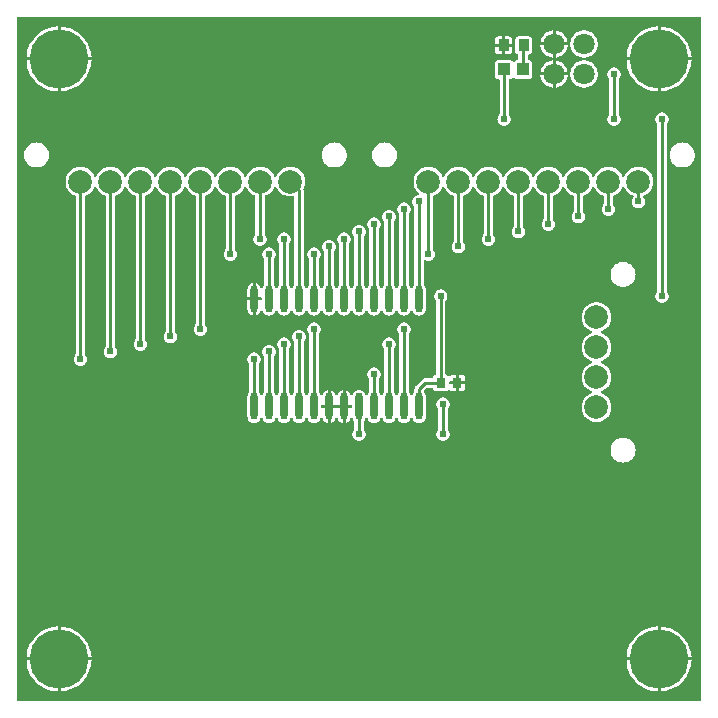
<source format=gtl>
G04 Layer: TopLayer*
G04 EasyEDA v6.5.29, 2023-07-18 11:26:45*
G04 0e0841ef75bd4e45b21b8c444bb64f86,5a6b42c53f6a479593ecc07194224c93,10*
G04 Gerber Generator version 0.2*
G04 Scale: 100 percent, Rotated: No, Reflected: No *
G04 Dimensions in millimeters *
G04 leading zeros omitted , absolute positions ,4 integer and 5 decimal *
%FSLAX45Y45*%
%MOMM*%

%ADD10C,0.2540*%
%ADD11R,0.8000X0.9000*%
%ADD12R,1.0000X1.1000*%
%ADD13R,0.8999X1.0000*%
%ADD14O,0.5999988X2.2999954*%
%ADD15C,5.0000*%
%ADD16C,2.0000*%
%ADD17C,1.8000*%
%ADD18C,0.6096*%
%ADD19C,0.0120*%

%LPD*%
G36*
X36068Y25908D02*
G01*
X32156Y26670D01*
X28905Y28905D01*
X26670Y32156D01*
X25908Y36068D01*
X25908Y5805932D01*
X26670Y5809792D01*
X28905Y5813094D01*
X32156Y5815330D01*
X36068Y5816092D01*
X5805932Y5815584D01*
X5809843Y5814822D01*
X5813094Y5812637D01*
X5815330Y5809335D01*
X5816092Y5805424D01*
X5816092Y36068D01*
X5815330Y32156D01*
X5813094Y28905D01*
X5809843Y26670D01*
X5805932Y25908D01*
G37*

%LPC*%
G36*
X4584700Y5600700D02*
G01*
X4687112Y5600700D01*
X4686960Y5602528D01*
X4684268Y5616803D01*
X4679746Y5630672D01*
X4673549Y5643829D01*
X4665776Y5656122D01*
X4656480Y5667349D01*
X4645863Y5677306D01*
X4634077Y5685840D01*
X4621326Y5692851D01*
X4607814Y5698236D01*
X4593691Y5701842D01*
X4584700Y5702960D01*
G37*
G36*
X5448300Y105562D02*
G01*
X5448300Y368300D01*
X5185664Y368300D01*
X5186070Y357936D01*
X5188966Y334975D01*
X5193792Y312369D01*
X5200446Y290271D01*
X5208981Y268782D01*
X5219242Y248107D01*
X5231180Y228295D01*
X5244795Y209600D01*
X5259882Y192125D01*
X5276392Y175971D01*
X5294172Y161239D01*
X5313172Y148031D01*
X5333187Y136499D01*
X5354066Y126644D01*
X5375757Y118618D01*
X5398008Y112369D01*
X5420715Y108051D01*
X5443677Y105664D01*
G37*
G36*
X5473700Y105613D02*
G01*
X5489854Y106629D01*
X5512714Y109982D01*
X5535218Y115265D01*
X5557164Y122428D01*
X5578500Y131368D01*
X5598972Y142087D01*
X5618480Y154432D01*
X5636869Y168402D01*
X5654040Y183896D01*
X5669838Y200710D01*
X5684215Y218846D01*
X5697016Y238099D01*
X5708142Y258317D01*
X5717540Y279450D01*
X5725109Y301244D01*
X5730849Y323646D01*
X5734710Y346405D01*
X5736590Y368300D01*
X5473700Y368300D01*
G37*
G36*
X393700Y105613D02*
G01*
X409854Y106629D01*
X432714Y109982D01*
X455218Y115265D01*
X477164Y122428D01*
X498500Y131368D01*
X518972Y142087D01*
X538480Y154432D01*
X556869Y168402D01*
X574040Y183896D01*
X589838Y200710D01*
X604215Y218846D01*
X617016Y238099D01*
X628142Y258317D01*
X637540Y279450D01*
X645109Y301244D01*
X650849Y323646D01*
X654710Y346405D01*
X656590Y368300D01*
X393700Y368300D01*
G37*
G36*
X105664Y393700D02*
G01*
X368300Y393700D01*
X368300Y656437D01*
X363677Y656336D01*
X340715Y653948D01*
X318008Y649630D01*
X295757Y643382D01*
X274066Y635355D01*
X253187Y625500D01*
X233171Y613968D01*
X214172Y600760D01*
X196392Y586028D01*
X179882Y569874D01*
X164795Y552348D01*
X151180Y533704D01*
X139242Y513892D01*
X128981Y493217D01*
X120446Y471728D01*
X113792Y449630D01*
X108966Y427024D01*
X106070Y404063D01*
G37*
G36*
X5185664Y393700D02*
G01*
X5448300Y393700D01*
X5448300Y656437D01*
X5443677Y656336D01*
X5420715Y653948D01*
X5398008Y649630D01*
X5375757Y643382D01*
X5354066Y635355D01*
X5333187Y625500D01*
X5313172Y613968D01*
X5294172Y600760D01*
X5276392Y586028D01*
X5259882Y569874D01*
X5244795Y552348D01*
X5231180Y533704D01*
X5219242Y513892D01*
X5208981Y493217D01*
X5200446Y471728D01*
X5193792Y449630D01*
X5188966Y427024D01*
X5186070Y404063D01*
G37*
G36*
X5473700Y393700D02*
G01*
X5736590Y393700D01*
X5734710Y415594D01*
X5730849Y438353D01*
X5725109Y460756D01*
X5717540Y482549D01*
X5708142Y503682D01*
X5697016Y523900D01*
X5684215Y543153D01*
X5669838Y561289D01*
X5654040Y578104D01*
X5636869Y593598D01*
X5618480Y607568D01*
X5598972Y619912D01*
X5578500Y630631D01*
X5557164Y639572D01*
X5535218Y646734D01*
X5512714Y652018D01*
X5489854Y655370D01*
X5473700Y656386D01*
G37*
G36*
X393700Y393700D02*
G01*
X656590Y393700D01*
X654710Y415594D01*
X650849Y438353D01*
X645109Y460756D01*
X637540Y482549D01*
X628142Y503682D01*
X617016Y523900D01*
X604215Y543153D01*
X589838Y561289D01*
X574040Y578104D01*
X556869Y593598D01*
X538480Y607568D01*
X518972Y619912D01*
X498500Y630631D01*
X477164Y639572D01*
X455218Y646734D01*
X432714Y652018D01*
X409854Y655370D01*
X393700Y656386D01*
G37*
G36*
X5156250Y2043734D02*
G01*
X5170068Y2044598D01*
X5183632Y2047341D01*
X5196738Y2051761D01*
X5209184Y2057907D01*
X5220665Y2065578D01*
X5231079Y2074722D01*
X5240223Y2085136D01*
X5247944Y2096668D01*
X5254040Y2109063D01*
X5258511Y2122220D01*
X5261203Y2135784D01*
X5262118Y2149602D01*
X5261203Y2163419D01*
X5258511Y2176983D01*
X5254040Y2190140D01*
X5247944Y2202535D01*
X5240223Y2214067D01*
X5231079Y2224481D01*
X5220665Y2233625D01*
X5209184Y2241296D01*
X5196738Y2247442D01*
X5183632Y2251862D01*
X5170068Y2254605D01*
X5156250Y2255469D01*
X5142382Y2254605D01*
X5128818Y2251862D01*
X5115712Y2247442D01*
X5103266Y2241296D01*
X5091785Y2233625D01*
X5081371Y2224481D01*
X5072227Y2214067D01*
X5064506Y2202535D01*
X5058410Y2190140D01*
X5053939Y2176983D01*
X5051247Y2163419D01*
X5050332Y2149602D01*
X5051247Y2135784D01*
X5053939Y2122220D01*
X5058410Y2109063D01*
X5064506Y2096668D01*
X5072227Y2085136D01*
X5081371Y2074722D01*
X5091785Y2065578D01*
X5103266Y2057907D01*
X5115712Y2051761D01*
X5128818Y2047341D01*
X5142382Y2044598D01*
G37*
G36*
X3632200Y2229662D02*
G01*
X3642004Y2230526D01*
X3651453Y2233066D01*
X3660394Y2237181D01*
X3668420Y2242820D01*
X3675379Y2249779D01*
X3681018Y2257806D01*
X3685133Y2266746D01*
X3687673Y2276195D01*
X3688537Y2286000D01*
X3687673Y2295804D01*
X3685133Y2305253D01*
X3681018Y2314194D01*
X3675379Y2322220D01*
X3673805Y2323795D01*
X3671570Y2327097D01*
X3670808Y2331008D01*
X3670808Y2494991D01*
X3671570Y2498902D01*
X3673805Y2502204D01*
X3675379Y2503779D01*
X3681018Y2511806D01*
X3685133Y2520746D01*
X3687673Y2530195D01*
X3688537Y2540000D01*
X3687673Y2549804D01*
X3685133Y2559253D01*
X3681018Y2568194D01*
X3675379Y2576220D01*
X3668420Y2583180D01*
X3660394Y2588818D01*
X3651453Y2592933D01*
X3642004Y2595473D01*
X3632200Y2596337D01*
X3622395Y2595473D01*
X3612946Y2592933D01*
X3604006Y2588818D01*
X3595979Y2583180D01*
X3589020Y2576220D01*
X3583381Y2568194D01*
X3579266Y2559253D01*
X3576726Y2549804D01*
X3575862Y2540000D01*
X3576726Y2530195D01*
X3579266Y2520746D01*
X3583381Y2511806D01*
X3589020Y2503779D01*
X3590594Y2502204D01*
X3592829Y2498902D01*
X3593592Y2494991D01*
X3593592Y2331008D01*
X3592829Y2327097D01*
X3590594Y2323795D01*
X3589020Y2322220D01*
X3583381Y2314194D01*
X3579266Y2305253D01*
X3576726Y2295804D01*
X3575862Y2286000D01*
X3576726Y2276195D01*
X3579266Y2266746D01*
X3583381Y2257806D01*
X3589020Y2249779D01*
X3595979Y2242820D01*
X3604006Y2237181D01*
X3612946Y2233066D01*
X3622395Y2230526D01*
G37*
G36*
X2921000Y2229662D02*
G01*
X2930804Y2230526D01*
X2940253Y2233066D01*
X2949194Y2237181D01*
X2957220Y2242820D01*
X2964180Y2249779D01*
X2969818Y2257806D01*
X2973933Y2266746D01*
X2976473Y2276195D01*
X2977337Y2286000D01*
X2976473Y2295804D01*
X2973933Y2305253D01*
X2969818Y2314194D01*
X2964180Y2322220D01*
X2962605Y2323795D01*
X2960370Y2327097D01*
X2959608Y2331008D01*
X2959608Y2389733D01*
X2960370Y2393594D01*
X2962605Y2396896D01*
X2963773Y2398115D01*
X2969361Y2406091D01*
X2973476Y2414930D01*
X2974695Y2419350D01*
X2976727Y2423261D01*
X2980182Y2425903D01*
X2984500Y2426868D01*
X2988818Y2425903D01*
X2992272Y2423261D01*
X2994304Y2419350D01*
X2995523Y2414930D01*
X2999638Y2406091D01*
X3005226Y2398115D01*
X3012084Y2391206D01*
X3020060Y2385618D01*
X3028899Y2381504D01*
X3038297Y2379014D01*
X3048000Y2378151D01*
X3057702Y2379014D01*
X3067100Y2381504D01*
X3075940Y2385618D01*
X3083915Y2391206D01*
X3090773Y2398115D01*
X3096361Y2406091D01*
X3100476Y2414930D01*
X3101695Y2419350D01*
X3103727Y2423261D01*
X3107182Y2425903D01*
X3111500Y2426868D01*
X3115818Y2425903D01*
X3119272Y2423261D01*
X3121304Y2419350D01*
X3122523Y2414930D01*
X3126638Y2406091D01*
X3132226Y2398115D01*
X3139084Y2391206D01*
X3147060Y2385618D01*
X3155899Y2381504D01*
X3165297Y2379014D01*
X3175000Y2378151D01*
X3184702Y2379014D01*
X3194100Y2381504D01*
X3202940Y2385618D01*
X3210915Y2391206D01*
X3217773Y2398115D01*
X3223361Y2406091D01*
X3227476Y2414930D01*
X3228695Y2419350D01*
X3230727Y2423261D01*
X3234182Y2425903D01*
X3238500Y2426868D01*
X3242818Y2425903D01*
X3246272Y2423261D01*
X3248304Y2419350D01*
X3249523Y2414930D01*
X3253638Y2406091D01*
X3259226Y2398115D01*
X3266084Y2391206D01*
X3274060Y2385618D01*
X3282899Y2381504D01*
X3292297Y2379014D01*
X3302000Y2378151D01*
X3311702Y2379014D01*
X3321100Y2381504D01*
X3329940Y2385618D01*
X3337915Y2391206D01*
X3344773Y2398115D01*
X3350361Y2406091D01*
X3354476Y2414930D01*
X3355695Y2419350D01*
X3357727Y2423261D01*
X3361182Y2425903D01*
X3365500Y2426868D01*
X3369818Y2425903D01*
X3373272Y2423261D01*
X3375304Y2419350D01*
X3376523Y2414930D01*
X3380638Y2406091D01*
X3386226Y2398115D01*
X3393084Y2391206D01*
X3401060Y2385618D01*
X3409899Y2381504D01*
X3419297Y2379014D01*
X3429000Y2378151D01*
X3438702Y2379014D01*
X3448100Y2381504D01*
X3456940Y2385618D01*
X3464915Y2391206D01*
X3471773Y2398115D01*
X3477361Y2406091D01*
X3481476Y2414930D01*
X3484016Y2424328D01*
X3484930Y2434488D01*
X3484930Y2603550D01*
X3484016Y2613710D01*
X3481476Y2623108D01*
X3477361Y2631948D01*
X3469132Y2643682D01*
X3468370Y2647543D01*
X3469132Y2651455D01*
X3471367Y2654757D01*
X3492804Y2676194D01*
X3496106Y2678430D01*
X3500018Y2679192D01*
X3537356Y2679192D01*
X3541014Y2678531D01*
X3544112Y2676601D01*
X3546398Y2673705D01*
X3547465Y2670149D01*
X3547821Y2667050D01*
X3549700Y2661564D01*
X3552799Y2656687D01*
X3556914Y2652572D01*
X3561791Y2649524D01*
X3567277Y2647594D01*
X3573576Y2646883D01*
X3652418Y2646883D01*
X3658768Y2647594D01*
X3664204Y2649524D01*
X3669131Y2652572D01*
X3673195Y2656687D01*
X3674414Y2658567D01*
X3677208Y2661513D01*
X3680968Y2663139D01*
X3685032Y2663139D01*
X3688791Y2661513D01*
X3691585Y2658567D01*
X3692804Y2656687D01*
X3696868Y2652572D01*
X3701796Y2649524D01*
X3707231Y2647594D01*
X3713581Y2646883D01*
X3740302Y2646883D01*
X3740302Y2705100D01*
X3689096Y2705100D01*
X3685184Y2705862D01*
X3681882Y2708097D01*
X3679698Y2711348D01*
X3678936Y2715260D01*
X3678936Y2720340D01*
X3679698Y2724251D01*
X3681882Y2727502D01*
X3685184Y2729738D01*
X3689096Y2730500D01*
X3740302Y2730500D01*
X3740302Y2788716D01*
X3713581Y2788716D01*
X3707231Y2788005D01*
X3701796Y2786075D01*
X3696868Y2783027D01*
X3692804Y2778912D01*
X3691585Y2777032D01*
X3688791Y2774086D01*
X3685032Y2772460D01*
X3680968Y2772460D01*
X3677208Y2774086D01*
X3674414Y2777032D01*
X3673195Y2778912D01*
X3669131Y2783027D01*
X3664204Y2786075D01*
X3658412Y2788107D01*
X3654856Y2790240D01*
X3652469Y2793644D01*
X3651605Y2797708D01*
X3651605Y3409391D01*
X3652367Y3413302D01*
X3654602Y3416604D01*
X3656177Y3418179D01*
X3661816Y3426206D01*
X3665931Y3435146D01*
X3668471Y3444595D01*
X3669334Y3454400D01*
X3668471Y3464204D01*
X3665931Y3473653D01*
X3661816Y3482594D01*
X3656177Y3490620D01*
X3649218Y3497579D01*
X3641191Y3503218D01*
X3632250Y3507333D01*
X3622801Y3509873D01*
X3612997Y3510737D01*
X3603193Y3509873D01*
X3593744Y3507333D01*
X3584803Y3503218D01*
X3576777Y3497579D01*
X3569817Y3490620D01*
X3564178Y3482594D01*
X3560064Y3473653D01*
X3557524Y3464204D01*
X3556660Y3454400D01*
X3557524Y3444595D01*
X3560064Y3435146D01*
X3564178Y3426206D01*
X3569817Y3418179D01*
X3571392Y3416604D01*
X3573627Y3413302D01*
X3574389Y3409391D01*
X3574389Y2797708D01*
X3573526Y2793644D01*
X3571138Y2790240D01*
X3567582Y2788107D01*
X3561791Y2786075D01*
X3556914Y2783027D01*
X3552799Y2778912D01*
X3549700Y2774035D01*
X3547821Y2768549D01*
X3547465Y2765450D01*
X3546398Y2761894D01*
X3544112Y2758998D01*
X3541014Y2757068D01*
X3537356Y2756408D01*
X3480308Y2756408D01*
X3472281Y2755595D01*
X3465068Y2753410D01*
X3458362Y2749854D01*
X3452164Y2744724D01*
X3402076Y2694635D01*
X3396945Y2688437D01*
X3393389Y2681732D01*
X3391204Y2674518D01*
X3390392Y2666492D01*
X3390392Y2648305D01*
X3389629Y2644444D01*
X3387394Y2641142D01*
X3386226Y2639923D01*
X3380638Y2631948D01*
X3376523Y2623108D01*
X3375304Y2618689D01*
X3373272Y2614777D01*
X3369818Y2612136D01*
X3365500Y2611170D01*
X3361182Y2612136D01*
X3357727Y2614777D01*
X3355695Y2618689D01*
X3354476Y2623108D01*
X3350361Y2631948D01*
X3344773Y2639923D01*
X3343605Y2641142D01*
X3341370Y2644444D01*
X3340608Y2648305D01*
X3340608Y3129991D01*
X3341370Y3133902D01*
X3343605Y3137204D01*
X3345179Y3138779D01*
X3350818Y3146806D01*
X3354933Y3155746D01*
X3357473Y3165195D01*
X3358337Y3175000D01*
X3357473Y3184804D01*
X3354933Y3194253D01*
X3350818Y3203194D01*
X3345179Y3211220D01*
X3338220Y3218180D01*
X3330194Y3223818D01*
X3321253Y3227933D01*
X3311804Y3230473D01*
X3302000Y3231337D01*
X3292195Y3230473D01*
X3282746Y3227933D01*
X3273806Y3223818D01*
X3265779Y3218180D01*
X3258820Y3211220D01*
X3253181Y3203194D01*
X3249066Y3194253D01*
X3246526Y3184804D01*
X3245662Y3175000D01*
X3246526Y3165195D01*
X3249066Y3155746D01*
X3253181Y3146806D01*
X3258820Y3138779D01*
X3260394Y3137204D01*
X3262629Y3133902D01*
X3263392Y3129991D01*
X3263392Y2648305D01*
X3262629Y2644444D01*
X3260394Y2641142D01*
X3259226Y2639923D01*
X3253638Y2631948D01*
X3249523Y2623108D01*
X3248304Y2618689D01*
X3246272Y2614777D01*
X3242818Y2612136D01*
X3238500Y2611170D01*
X3234182Y2612136D01*
X3230727Y2614777D01*
X3228695Y2618689D01*
X3227476Y2623108D01*
X3223361Y2631948D01*
X3217773Y2639923D01*
X3216605Y2641142D01*
X3214370Y2644444D01*
X3213608Y2648305D01*
X3213608Y3002991D01*
X3214370Y3006902D01*
X3216605Y3010204D01*
X3218180Y3011779D01*
X3223818Y3019806D01*
X3227933Y3028746D01*
X3230473Y3038195D01*
X3231337Y3048000D01*
X3230473Y3057804D01*
X3227933Y3067253D01*
X3223818Y3076194D01*
X3218180Y3084220D01*
X3211220Y3091180D01*
X3203194Y3096818D01*
X3194253Y3100933D01*
X3184804Y3103473D01*
X3175000Y3104337D01*
X3165195Y3103473D01*
X3155746Y3100933D01*
X3146806Y3096818D01*
X3138779Y3091180D01*
X3131820Y3084220D01*
X3126181Y3076194D01*
X3122066Y3067253D01*
X3119526Y3057804D01*
X3118662Y3048000D01*
X3119526Y3038195D01*
X3122066Y3028746D01*
X3126181Y3019806D01*
X3131820Y3011779D01*
X3133394Y3010204D01*
X3135630Y3006902D01*
X3136392Y3002991D01*
X3136392Y2648305D01*
X3135630Y2644444D01*
X3133394Y2641142D01*
X3132226Y2639923D01*
X3126638Y2631948D01*
X3122523Y2623108D01*
X3121304Y2618689D01*
X3119272Y2614777D01*
X3115818Y2612136D01*
X3111500Y2611170D01*
X3107182Y2612136D01*
X3103727Y2614777D01*
X3101695Y2618689D01*
X3100476Y2623108D01*
X3096361Y2631948D01*
X3090773Y2639923D01*
X3089605Y2641142D01*
X3087370Y2644444D01*
X3086608Y2648305D01*
X3086608Y2748991D01*
X3087370Y2752902D01*
X3089605Y2756204D01*
X3091180Y2757779D01*
X3096818Y2765806D01*
X3100933Y2774746D01*
X3103473Y2784195D01*
X3104337Y2794000D01*
X3103473Y2803804D01*
X3100933Y2813253D01*
X3096818Y2822194D01*
X3091180Y2830220D01*
X3084220Y2837180D01*
X3076194Y2842818D01*
X3067253Y2846933D01*
X3057804Y2849473D01*
X3048000Y2850337D01*
X3038195Y2849473D01*
X3028746Y2846933D01*
X3019806Y2842818D01*
X3011779Y2837180D01*
X3004820Y2830220D01*
X2999181Y2822194D01*
X2995066Y2813253D01*
X2992526Y2803804D01*
X2991662Y2794000D01*
X2992526Y2784195D01*
X2995066Y2774746D01*
X2999181Y2765806D01*
X3004820Y2757779D01*
X3006394Y2756204D01*
X3008630Y2752902D01*
X3009392Y2748991D01*
X3009392Y2648305D01*
X3008630Y2644444D01*
X3006394Y2641142D01*
X3005226Y2639923D01*
X2999638Y2631948D01*
X2995523Y2623108D01*
X2994304Y2618689D01*
X2992272Y2614777D01*
X2988818Y2612136D01*
X2984500Y2611170D01*
X2980182Y2612136D01*
X2976727Y2614777D01*
X2974695Y2618689D01*
X2973476Y2623108D01*
X2969361Y2631948D01*
X2963773Y2639923D01*
X2956915Y2646832D01*
X2948940Y2652420D01*
X2940100Y2656535D01*
X2930702Y2659024D01*
X2921000Y2659888D01*
X2911297Y2659024D01*
X2901899Y2656535D01*
X2893060Y2652420D01*
X2885084Y2646832D01*
X2878226Y2639923D01*
X2872638Y2631948D01*
X2868523Y2623108D01*
X2867304Y2618689D01*
X2865272Y2614777D01*
X2861818Y2612136D01*
X2857500Y2611170D01*
X2853182Y2612136D01*
X2849727Y2614777D01*
X2847695Y2618689D01*
X2846476Y2623108D01*
X2842361Y2631948D01*
X2836773Y2639923D01*
X2829915Y2646832D01*
X2821940Y2652420D01*
X2813100Y2656535D01*
X2806700Y2658211D01*
X2806700Y2531719D01*
X2854909Y2531719D01*
X2858820Y2530957D01*
X2862122Y2528722D01*
X2864307Y2525471D01*
X2865069Y2521559D01*
X2865069Y2516479D01*
X2864307Y2512568D01*
X2862122Y2509316D01*
X2858820Y2507081D01*
X2854909Y2506319D01*
X2806700Y2506319D01*
X2806700Y2379827D01*
X2813100Y2381504D01*
X2821940Y2385618D01*
X2829915Y2391206D01*
X2836773Y2398115D01*
X2842361Y2406091D01*
X2846476Y2414930D01*
X2847695Y2419350D01*
X2849727Y2423261D01*
X2853182Y2425903D01*
X2857500Y2426868D01*
X2861818Y2425903D01*
X2865272Y2423261D01*
X2867304Y2419350D01*
X2868523Y2414930D01*
X2872638Y2406091D01*
X2878226Y2398115D01*
X2879394Y2396896D01*
X2881630Y2393594D01*
X2882392Y2389733D01*
X2882392Y2331008D01*
X2881630Y2327097D01*
X2879394Y2323795D01*
X2877820Y2322220D01*
X2872181Y2314194D01*
X2868066Y2305253D01*
X2865526Y2295804D01*
X2864662Y2286000D01*
X2865526Y2276195D01*
X2868066Y2266746D01*
X2872181Y2257806D01*
X2877820Y2249779D01*
X2884779Y2242820D01*
X2892806Y2237181D01*
X2901746Y2233066D01*
X2911195Y2230526D01*
G37*
G36*
X2032000Y2378151D02*
G01*
X2041702Y2379014D01*
X2051100Y2381504D01*
X2059939Y2385618D01*
X2067915Y2391206D01*
X2074773Y2398115D01*
X2080361Y2406091D01*
X2084476Y2414930D01*
X2085695Y2419350D01*
X2087727Y2423261D01*
X2091182Y2425903D01*
X2095500Y2426868D01*
X2099818Y2425903D01*
X2103272Y2423261D01*
X2105304Y2419350D01*
X2106523Y2414930D01*
X2110638Y2406091D01*
X2116226Y2398115D01*
X2123084Y2391206D01*
X2131060Y2385618D01*
X2139899Y2381504D01*
X2149297Y2379014D01*
X2159000Y2378151D01*
X2168702Y2379014D01*
X2178100Y2381504D01*
X2186940Y2385618D01*
X2194915Y2391206D01*
X2201773Y2398115D01*
X2207361Y2406091D01*
X2211476Y2414930D01*
X2212695Y2419350D01*
X2214727Y2423261D01*
X2218182Y2425903D01*
X2222500Y2426868D01*
X2226818Y2425903D01*
X2230272Y2423261D01*
X2232304Y2419350D01*
X2233523Y2414930D01*
X2237638Y2406091D01*
X2243226Y2398115D01*
X2250084Y2391206D01*
X2258060Y2385618D01*
X2266899Y2381504D01*
X2276297Y2379014D01*
X2286000Y2378151D01*
X2295702Y2379014D01*
X2305100Y2381504D01*
X2313940Y2385618D01*
X2321915Y2391206D01*
X2328773Y2398115D01*
X2334361Y2406091D01*
X2338476Y2414930D01*
X2339695Y2419350D01*
X2341727Y2423261D01*
X2345182Y2425903D01*
X2349500Y2426868D01*
X2353818Y2425903D01*
X2357272Y2423261D01*
X2359304Y2419350D01*
X2360523Y2414930D01*
X2364638Y2406091D01*
X2370226Y2398115D01*
X2377084Y2391206D01*
X2385060Y2385618D01*
X2393899Y2381504D01*
X2403297Y2379014D01*
X2413000Y2378151D01*
X2422702Y2379014D01*
X2432100Y2381504D01*
X2440940Y2385618D01*
X2448915Y2391206D01*
X2455773Y2398115D01*
X2461361Y2406091D01*
X2465476Y2414930D01*
X2466695Y2419350D01*
X2468727Y2423261D01*
X2472182Y2425903D01*
X2476500Y2426868D01*
X2480818Y2425903D01*
X2484272Y2423261D01*
X2486304Y2419350D01*
X2487523Y2414930D01*
X2491638Y2406091D01*
X2497226Y2398115D01*
X2504084Y2391206D01*
X2512060Y2385618D01*
X2520899Y2381504D01*
X2530297Y2379014D01*
X2540000Y2378151D01*
X2549702Y2379014D01*
X2559100Y2381504D01*
X2567940Y2385618D01*
X2575915Y2391206D01*
X2582773Y2398115D01*
X2588361Y2406091D01*
X2592476Y2414930D01*
X2593695Y2419350D01*
X2595727Y2423261D01*
X2599182Y2425903D01*
X2603500Y2426868D01*
X2607818Y2425903D01*
X2611272Y2423261D01*
X2613304Y2419350D01*
X2614523Y2414930D01*
X2618638Y2406091D01*
X2624226Y2398115D01*
X2631084Y2391206D01*
X2639060Y2385618D01*
X2647899Y2381504D01*
X2654300Y2379827D01*
X2654300Y2506319D01*
X2606090Y2506319D01*
X2602179Y2507081D01*
X2598877Y2509316D01*
X2596692Y2512568D01*
X2595930Y2516479D01*
X2595930Y2521559D01*
X2596692Y2525471D01*
X2598877Y2528722D01*
X2602179Y2530957D01*
X2606090Y2531719D01*
X2654300Y2531719D01*
X2654300Y2658211D01*
X2647899Y2656535D01*
X2639060Y2652420D01*
X2631084Y2646832D01*
X2624226Y2639923D01*
X2618638Y2631948D01*
X2614523Y2623108D01*
X2613304Y2618689D01*
X2611272Y2614777D01*
X2607818Y2612136D01*
X2603500Y2611170D01*
X2599182Y2612136D01*
X2595727Y2614777D01*
X2593695Y2618689D01*
X2592476Y2623108D01*
X2588361Y2631948D01*
X2582773Y2639923D01*
X2581605Y2641142D01*
X2579370Y2644444D01*
X2578608Y2648305D01*
X2578608Y3129991D01*
X2579370Y3133902D01*
X2581605Y3137204D01*
X2583180Y3138779D01*
X2588818Y3146806D01*
X2592933Y3155746D01*
X2595473Y3165195D01*
X2596337Y3175000D01*
X2595473Y3184804D01*
X2592933Y3194253D01*
X2588818Y3203194D01*
X2583180Y3211220D01*
X2576220Y3218180D01*
X2568194Y3223818D01*
X2559253Y3227933D01*
X2549804Y3230473D01*
X2540000Y3231337D01*
X2530195Y3230473D01*
X2520746Y3227933D01*
X2511806Y3223818D01*
X2503779Y3218180D01*
X2496820Y3211220D01*
X2491181Y3203194D01*
X2487066Y3194253D01*
X2484526Y3184804D01*
X2483662Y3175000D01*
X2484526Y3165195D01*
X2487066Y3155746D01*
X2491181Y3146806D01*
X2496820Y3138779D01*
X2498394Y3137204D01*
X2500630Y3133902D01*
X2501392Y3129991D01*
X2501392Y2648305D01*
X2500630Y2644444D01*
X2498394Y2641142D01*
X2497226Y2639923D01*
X2491638Y2631948D01*
X2487523Y2623108D01*
X2486304Y2618689D01*
X2484272Y2614777D01*
X2480818Y2612136D01*
X2476500Y2611170D01*
X2472182Y2612136D01*
X2468727Y2614777D01*
X2466695Y2618689D01*
X2465476Y2623108D01*
X2461361Y2631948D01*
X2455773Y2639923D01*
X2454605Y2641142D01*
X2452370Y2644444D01*
X2451608Y2648305D01*
X2451608Y3066491D01*
X2452370Y3070402D01*
X2454605Y3073704D01*
X2456180Y3075279D01*
X2461818Y3083306D01*
X2465933Y3092246D01*
X2468473Y3101695D01*
X2469337Y3111500D01*
X2468473Y3121304D01*
X2465933Y3130753D01*
X2461818Y3139694D01*
X2456180Y3147720D01*
X2449220Y3154680D01*
X2441194Y3160318D01*
X2432253Y3164433D01*
X2422804Y3166973D01*
X2413000Y3167837D01*
X2403195Y3166973D01*
X2393746Y3164433D01*
X2384806Y3160318D01*
X2376779Y3154680D01*
X2369820Y3147720D01*
X2364181Y3139694D01*
X2360066Y3130753D01*
X2357526Y3121304D01*
X2356662Y3111500D01*
X2357526Y3101695D01*
X2360066Y3092246D01*
X2364181Y3083306D01*
X2369820Y3075279D01*
X2371394Y3073704D01*
X2373630Y3070402D01*
X2374392Y3066491D01*
X2374392Y2648305D01*
X2373630Y2644444D01*
X2371394Y2641142D01*
X2370226Y2639923D01*
X2364638Y2631948D01*
X2360523Y2623108D01*
X2359304Y2618689D01*
X2357272Y2614777D01*
X2353818Y2612136D01*
X2349500Y2611170D01*
X2345182Y2612136D01*
X2341727Y2614777D01*
X2339695Y2618689D01*
X2338476Y2623108D01*
X2334361Y2631948D01*
X2328773Y2639923D01*
X2327605Y2641142D01*
X2325370Y2644444D01*
X2324608Y2648305D01*
X2324608Y3002991D01*
X2325370Y3006902D01*
X2327605Y3010204D01*
X2329180Y3011779D01*
X2334818Y3019806D01*
X2338933Y3028746D01*
X2341473Y3038195D01*
X2342337Y3048000D01*
X2341473Y3057804D01*
X2338933Y3067253D01*
X2334818Y3076194D01*
X2329180Y3084220D01*
X2322220Y3091180D01*
X2314194Y3096818D01*
X2305253Y3100933D01*
X2295804Y3103473D01*
X2286000Y3104337D01*
X2276195Y3103473D01*
X2266746Y3100933D01*
X2257806Y3096818D01*
X2249779Y3091180D01*
X2242820Y3084220D01*
X2237181Y3076194D01*
X2233066Y3067253D01*
X2230526Y3057804D01*
X2229662Y3048000D01*
X2230526Y3038195D01*
X2233066Y3028746D01*
X2237181Y3019806D01*
X2242820Y3011779D01*
X2244394Y3010204D01*
X2246630Y3006902D01*
X2247392Y3002991D01*
X2247392Y2648305D01*
X2246630Y2644444D01*
X2244394Y2641142D01*
X2243226Y2639923D01*
X2237638Y2631948D01*
X2233523Y2623108D01*
X2232304Y2618689D01*
X2230272Y2614777D01*
X2226818Y2612136D01*
X2222500Y2611170D01*
X2218182Y2612136D01*
X2214727Y2614777D01*
X2212695Y2618689D01*
X2211476Y2623108D01*
X2207361Y2631948D01*
X2201773Y2639923D01*
X2200605Y2641142D01*
X2198370Y2644444D01*
X2197608Y2648305D01*
X2197608Y2939491D01*
X2198370Y2943402D01*
X2200605Y2946704D01*
X2202180Y2948279D01*
X2207818Y2956306D01*
X2211933Y2965246D01*
X2214473Y2974695D01*
X2215337Y2984500D01*
X2214473Y2994304D01*
X2211933Y3003753D01*
X2207818Y3012694D01*
X2202180Y3020720D01*
X2195220Y3027680D01*
X2187194Y3033318D01*
X2178253Y3037433D01*
X2168804Y3039973D01*
X2159000Y3040837D01*
X2149195Y3039973D01*
X2139746Y3037433D01*
X2130806Y3033318D01*
X2122779Y3027680D01*
X2115820Y3020720D01*
X2110181Y3012694D01*
X2106066Y3003753D01*
X2103526Y2994304D01*
X2102662Y2984500D01*
X2103526Y2974695D01*
X2106066Y2965246D01*
X2110181Y2956306D01*
X2115820Y2948279D01*
X2117394Y2946704D01*
X2119630Y2943402D01*
X2120392Y2939491D01*
X2120392Y2648305D01*
X2119630Y2644444D01*
X2117394Y2641142D01*
X2116226Y2639923D01*
X2110638Y2631948D01*
X2106523Y2623108D01*
X2105304Y2618689D01*
X2103272Y2614777D01*
X2099818Y2612136D01*
X2095500Y2611170D01*
X2091182Y2612136D01*
X2087727Y2614777D01*
X2085695Y2618689D01*
X2084476Y2623108D01*
X2080361Y2631948D01*
X2074773Y2639923D01*
X2073605Y2641142D01*
X2071370Y2644444D01*
X2070607Y2648305D01*
X2070607Y2875991D01*
X2071370Y2879902D01*
X2073605Y2883204D01*
X2075180Y2884779D01*
X2080818Y2892806D01*
X2084933Y2901746D01*
X2087473Y2911195D01*
X2088337Y2921000D01*
X2087473Y2930804D01*
X2084933Y2940253D01*
X2080818Y2949194D01*
X2075180Y2957220D01*
X2068220Y2964180D01*
X2060193Y2969818D01*
X2051253Y2973933D01*
X2041804Y2976473D01*
X2032000Y2977337D01*
X2022195Y2976473D01*
X2012746Y2973933D01*
X2003806Y2969818D01*
X1995779Y2964180D01*
X1988820Y2957220D01*
X1983181Y2949194D01*
X1979066Y2940253D01*
X1976526Y2930804D01*
X1975662Y2921000D01*
X1976526Y2911195D01*
X1979066Y2901746D01*
X1983181Y2892806D01*
X1988820Y2884779D01*
X1990394Y2883204D01*
X1992630Y2879902D01*
X1993392Y2875991D01*
X1993392Y2648305D01*
X1992630Y2644444D01*
X1990394Y2641142D01*
X1989226Y2639923D01*
X1983638Y2631948D01*
X1979523Y2623108D01*
X1976983Y2613710D01*
X1976069Y2603550D01*
X1976069Y2434488D01*
X1976983Y2424328D01*
X1979523Y2414930D01*
X1983638Y2406091D01*
X1989226Y2398115D01*
X1996084Y2391206D01*
X2004060Y2385618D01*
X2012899Y2381504D01*
X2022297Y2379014D01*
G37*
G36*
X4456887Y5600700D02*
G01*
X4559300Y5600700D01*
X4559300Y5702960D01*
X4550308Y5701842D01*
X4536186Y5698236D01*
X4522673Y5692851D01*
X4509922Y5685840D01*
X4498136Y5677306D01*
X4487519Y5667349D01*
X4478223Y5656122D01*
X4470450Y5643829D01*
X4464253Y5630672D01*
X4459732Y5616803D01*
X4457039Y5602528D01*
G37*
G36*
X4156811Y5588000D02*
G01*
X4214977Y5588000D01*
X4214977Y5624728D01*
X4214266Y5631027D01*
X4212386Y5636514D01*
X4209288Y5641390D01*
X4205224Y5645505D01*
X4200296Y5648604D01*
X4194860Y5650484D01*
X4188510Y5651195D01*
X4156811Y5651195D01*
G37*
G36*
X4073194Y5588000D02*
G01*
X4131411Y5588000D01*
X4131411Y5651195D01*
X4099661Y5651195D01*
X4093362Y5650484D01*
X4087876Y5648604D01*
X4082999Y5645505D01*
X4078884Y5641390D01*
X4075785Y5636514D01*
X4073906Y5631027D01*
X4073194Y5624728D01*
G37*
G36*
X4156811Y5499404D02*
G01*
X4188510Y5499404D01*
X4194860Y5500116D01*
X4200296Y5501995D01*
X4205224Y5505094D01*
X4209288Y5509158D01*
X4212386Y5514086D01*
X4214266Y5519521D01*
X4214977Y5525871D01*
X4214977Y5562600D01*
X4156811Y5562600D01*
G37*
G36*
X4099661Y5499404D02*
G01*
X4131411Y5499404D01*
X4131411Y5562600D01*
X4073194Y5562600D01*
X4073194Y5525871D01*
X4073906Y5519521D01*
X4075785Y5514086D01*
X4078884Y5509158D01*
X4082999Y5505094D01*
X4087876Y5501995D01*
X4093362Y5500116D01*
G37*
G36*
X393700Y5473700D02*
G01*
X656590Y5473700D01*
X654710Y5495594D01*
X650849Y5518353D01*
X645109Y5540756D01*
X637540Y5562549D01*
X628142Y5583682D01*
X617016Y5603900D01*
X604215Y5623153D01*
X589838Y5641289D01*
X574040Y5658104D01*
X556869Y5673598D01*
X538480Y5687568D01*
X518972Y5699912D01*
X498500Y5710631D01*
X477164Y5719572D01*
X455218Y5726734D01*
X432714Y5732018D01*
X409854Y5735370D01*
X393700Y5736386D01*
G37*
G36*
X5473700Y5473700D02*
G01*
X5736590Y5473700D01*
X5734710Y5495594D01*
X5730849Y5518353D01*
X5725109Y5540756D01*
X5717540Y5562549D01*
X5708142Y5583682D01*
X5697016Y5603900D01*
X5684215Y5623153D01*
X5669838Y5641289D01*
X5654040Y5658104D01*
X5636869Y5673598D01*
X5618480Y5687568D01*
X5598972Y5699912D01*
X5578500Y5710631D01*
X5557164Y5719572D01*
X5535218Y5726734D01*
X5512714Y5732018D01*
X5489854Y5735370D01*
X5473700Y5736386D01*
G37*
G36*
X5185664Y5473700D02*
G01*
X5448300Y5473700D01*
X5448300Y5736437D01*
X5443677Y5736336D01*
X5420715Y5733948D01*
X5398008Y5729630D01*
X5375757Y5723382D01*
X5354066Y5715355D01*
X5333187Y5705500D01*
X5313172Y5693968D01*
X5294172Y5680760D01*
X5276392Y5666028D01*
X5259882Y5649874D01*
X5244795Y5632348D01*
X5231180Y5613704D01*
X5219242Y5593892D01*
X5208981Y5573217D01*
X5200446Y5551728D01*
X5193792Y5529630D01*
X5188966Y5507024D01*
X5186070Y5484063D01*
G37*
G36*
X2679700Y2379827D02*
G01*
X2686100Y2381504D01*
X2694940Y2385618D01*
X2702915Y2391206D01*
X2709773Y2398115D01*
X2715361Y2406091D01*
X2719476Y2414930D01*
X2720695Y2419350D01*
X2722727Y2423261D01*
X2726182Y2425903D01*
X2730500Y2426868D01*
X2734818Y2425903D01*
X2738272Y2423261D01*
X2740304Y2419350D01*
X2741523Y2414930D01*
X2745638Y2406091D01*
X2751226Y2398115D01*
X2758084Y2391206D01*
X2766060Y2385618D01*
X2774899Y2381504D01*
X2781300Y2379827D01*
X2781300Y2506319D01*
X2679700Y2506319D01*
G37*
G36*
X105664Y5473700D02*
G01*
X368300Y5473700D01*
X368300Y5736437D01*
X363677Y5736336D01*
X340715Y5733948D01*
X318008Y5729630D01*
X295757Y5723382D01*
X274066Y5715355D01*
X253187Y5705500D01*
X233171Y5693968D01*
X214172Y5680760D01*
X196392Y5666028D01*
X179882Y5649874D01*
X164795Y5632348D01*
X151180Y5613704D01*
X139242Y5593892D01*
X128981Y5573217D01*
X120446Y5551728D01*
X113792Y5529630D01*
X108966Y5507024D01*
X106070Y5484063D01*
G37*
G36*
X4584700Y5473039D02*
G01*
X4593691Y5474157D01*
X4607814Y5477764D01*
X4621326Y5483148D01*
X4634077Y5490159D01*
X4645863Y5498693D01*
X4656480Y5508650D01*
X4665776Y5519877D01*
X4673549Y5532170D01*
X4679746Y5545328D01*
X4684268Y5559196D01*
X4686960Y5573471D01*
X4687112Y5575300D01*
X4584700Y5575300D01*
G37*
G36*
X4559300Y5473039D02*
G01*
X4559300Y5575300D01*
X4456887Y5575300D01*
X4457039Y5573471D01*
X4459732Y5559196D01*
X4464253Y5545328D01*
X4470450Y5532170D01*
X4478223Y5519877D01*
X4487519Y5508650D01*
X4498136Y5498693D01*
X4509922Y5490159D01*
X4522673Y5483148D01*
X4536186Y5477764D01*
X4550308Y5474157D01*
G37*
G36*
X4931206Y2386279D02*
G01*
X4946396Y2387193D01*
X4961331Y2389936D01*
X4975860Y2394458D01*
X4989728Y2400706D01*
X5002733Y2408580D01*
X5014722Y2417927D01*
X5025440Y2428697D01*
X5034838Y2440635D01*
X5042662Y2453690D01*
X5048910Y2467508D01*
X5053431Y2482037D01*
X5056174Y2496972D01*
X5057089Y2512161D01*
X5056174Y2527350D01*
X5053431Y2542286D01*
X5048910Y2556814D01*
X5042662Y2570683D01*
X5034838Y2583688D01*
X5025440Y2595626D01*
X5014722Y2606395D01*
X5002733Y2615793D01*
X4989728Y2623616D01*
X4975809Y2629916D01*
X4972659Y2632151D01*
X4970526Y2635351D01*
X4969814Y2639161D01*
X4970526Y2642971D01*
X4972659Y2646222D01*
X4975809Y2648458D01*
X4989728Y2654706D01*
X5002733Y2662580D01*
X5014722Y2671927D01*
X5025440Y2682697D01*
X5034838Y2694635D01*
X5042662Y2707690D01*
X5048910Y2721508D01*
X5053431Y2736037D01*
X5056174Y2750972D01*
X5057089Y2766161D01*
X5056174Y2781350D01*
X5053431Y2796286D01*
X5048910Y2810814D01*
X5042662Y2824683D01*
X5034838Y2837688D01*
X5025440Y2849626D01*
X5014722Y2860395D01*
X5002733Y2869793D01*
X4989728Y2877616D01*
X4975809Y2883916D01*
X4972659Y2886151D01*
X4970526Y2889351D01*
X4969814Y2893161D01*
X4970526Y2896971D01*
X4972659Y2900222D01*
X4975809Y2902458D01*
X4989728Y2908706D01*
X5002733Y2916580D01*
X5014722Y2925927D01*
X5025440Y2936697D01*
X5034838Y2948635D01*
X5042662Y2961690D01*
X5048910Y2975508D01*
X5053431Y2990037D01*
X5056174Y3004972D01*
X5057089Y3020161D01*
X5056174Y3035350D01*
X5053431Y3050286D01*
X5048910Y3064814D01*
X5042662Y3078683D01*
X5034838Y3091688D01*
X5025440Y3103626D01*
X5014722Y3114395D01*
X5002733Y3123793D01*
X4989728Y3131616D01*
X4975809Y3137916D01*
X4972659Y3140151D01*
X4970526Y3143351D01*
X4969814Y3147161D01*
X4970526Y3150971D01*
X4972659Y3154222D01*
X4975809Y3156458D01*
X4989728Y3162706D01*
X5002733Y3170580D01*
X5014722Y3179927D01*
X5025440Y3190697D01*
X5034838Y3202635D01*
X5042662Y3215690D01*
X5048910Y3229508D01*
X5053431Y3244037D01*
X5056174Y3258972D01*
X5057089Y3274161D01*
X5056174Y3289350D01*
X5053431Y3304286D01*
X5048910Y3318814D01*
X5042662Y3332683D01*
X5034838Y3345687D01*
X5025440Y3357626D01*
X5014722Y3368395D01*
X5002733Y3377793D01*
X4989728Y3385616D01*
X4975860Y3391865D01*
X4961331Y3396386D01*
X4946396Y3399129D01*
X4931206Y3400044D01*
X4916017Y3399129D01*
X4901082Y3396386D01*
X4886553Y3391865D01*
X4872736Y3385616D01*
X4859680Y3377793D01*
X4847742Y3368395D01*
X4836972Y3357626D01*
X4827625Y3345687D01*
X4819751Y3332683D01*
X4813503Y3318814D01*
X4808982Y3304286D01*
X4806238Y3289350D01*
X4805324Y3274161D01*
X4806238Y3258972D01*
X4808982Y3244037D01*
X4813503Y3229508D01*
X4819751Y3215690D01*
X4827625Y3202635D01*
X4836972Y3190697D01*
X4847742Y3179927D01*
X4859680Y3170580D01*
X4872736Y3162706D01*
X4886655Y3156458D01*
X4889804Y3154222D01*
X4891887Y3150971D01*
X4892649Y3147161D01*
X4891887Y3143351D01*
X4889804Y3140151D01*
X4886655Y3137916D01*
X4872736Y3131616D01*
X4859680Y3123793D01*
X4847742Y3114395D01*
X4836972Y3103626D01*
X4827625Y3091688D01*
X4819751Y3078683D01*
X4813503Y3064814D01*
X4808982Y3050286D01*
X4806238Y3035350D01*
X4805324Y3020161D01*
X4806238Y3004972D01*
X4808982Y2990037D01*
X4813503Y2975508D01*
X4819751Y2961690D01*
X4827625Y2948635D01*
X4836972Y2936697D01*
X4847742Y2925927D01*
X4859680Y2916580D01*
X4872736Y2908706D01*
X4886655Y2902458D01*
X4889804Y2900222D01*
X4891887Y2896971D01*
X4892649Y2893161D01*
X4891887Y2889351D01*
X4889804Y2886151D01*
X4886655Y2883916D01*
X4872736Y2877616D01*
X4859680Y2869793D01*
X4847742Y2860395D01*
X4836972Y2849626D01*
X4827625Y2837688D01*
X4819751Y2824683D01*
X4813503Y2810814D01*
X4808982Y2796286D01*
X4806238Y2781350D01*
X4805324Y2766161D01*
X4806238Y2750972D01*
X4808982Y2736037D01*
X4813503Y2721508D01*
X4819751Y2707690D01*
X4827625Y2694635D01*
X4836972Y2682697D01*
X4847742Y2671927D01*
X4859680Y2662580D01*
X4872736Y2654706D01*
X4886655Y2648458D01*
X4889804Y2646222D01*
X4891887Y2642971D01*
X4892649Y2639161D01*
X4891887Y2635351D01*
X4889804Y2632151D01*
X4886655Y2629916D01*
X4872736Y2623616D01*
X4859680Y2615793D01*
X4847742Y2606395D01*
X4836972Y2595626D01*
X4827625Y2583688D01*
X4819751Y2570683D01*
X4813503Y2556814D01*
X4808982Y2542286D01*
X4806238Y2527350D01*
X4805324Y2512161D01*
X4806238Y2496972D01*
X4808982Y2482037D01*
X4813503Y2467508D01*
X4819751Y2453690D01*
X4827625Y2440635D01*
X4836972Y2428697D01*
X4847742Y2417927D01*
X4859680Y2408580D01*
X4872736Y2400706D01*
X4886553Y2394458D01*
X4901082Y2389936D01*
X4916017Y2387193D01*
G37*
G36*
X2679700Y2531719D02*
G01*
X2781300Y2531719D01*
X2781300Y2658211D01*
X2774899Y2656535D01*
X2766060Y2652420D01*
X2758084Y2646832D01*
X2751226Y2639923D01*
X2745638Y2631948D01*
X2741523Y2623108D01*
X2740304Y2618689D01*
X2738272Y2614777D01*
X2734818Y2612136D01*
X2730500Y2611170D01*
X2726182Y2612136D01*
X2722727Y2614777D01*
X2720695Y2618689D01*
X2719476Y2623108D01*
X2715361Y2631948D01*
X2709773Y2639923D01*
X2702915Y2646832D01*
X2694940Y2652420D01*
X2686100Y2656535D01*
X2679700Y2658211D01*
G37*
G36*
X4818735Y5472328D02*
G01*
X4833264Y5472328D01*
X4847691Y5474157D01*
X4861814Y5477764D01*
X4875326Y5483148D01*
X4888077Y5490159D01*
X4899863Y5498693D01*
X4910480Y5508650D01*
X4919776Y5519877D01*
X4927549Y5532170D01*
X4933746Y5545328D01*
X4938268Y5559196D01*
X4940960Y5573471D01*
X4941874Y5588000D01*
X4940960Y5602528D01*
X4938268Y5616803D01*
X4933746Y5630672D01*
X4927549Y5643829D01*
X4919776Y5656122D01*
X4910480Y5667349D01*
X4899863Y5677306D01*
X4888077Y5685840D01*
X4875326Y5692851D01*
X4861814Y5698236D01*
X4847691Y5701842D01*
X4833264Y5703671D01*
X4818735Y5703671D01*
X4804308Y5701842D01*
X4790186Y5698236D01*
X4776673Y5692851D01*
X4763922Y5685840D01*
X4752136Y5677306D01*
X4741519Y5667349D01*
X4732223Y5656122D01*
X4724450Y5643829D01*
X4718253Y5630672D01*
X4713732Y5616803D01*
X4711039Y5602528D01*
X4710125Y5588000D01*
X4711039Y5573471D01*
X4713732Y5559196D01*
X4718253Y5545328D01*
X4724450Y5532170D01*
X4732223Y5519877D01*
X4741519Y5508650D01*
X4752136Y5498693D01*
X4763922Y5490159D01*
X4776673Y5483148D01*
X4790186Y5477764D01*
X4804308Y5474157D01*
G37*
G36*
X4584700Y5346700D02*
G01*
X4687112Y5346700D01*
X4686960Y5348528D01*
X4684268Y5362803D01*
X4679746Y5376672D01*
X4673549Y5389829D01*
X4665776Y5402122D01*
X4656480Y5413349D01*
X4645863Y5423306D01*
X4634077Y5431840D01*
X4621326Y5438851D01*
X4607814Y5444236D01*
X4593691Y5447842D01*
X4584700Y5448960D01*
G37*
G36*
X4456887Y5346700D02*
G01*
X4559300Y5346700D01*
X4559300Y5448960D01*
X4550308Y5447842D01*
X4536186Y5444236D01*
X4522673Y5438851D01*
X4509922Y5431840D01*
X4498136Y5423306D01*
X4487519Y5413349D01*
X4478223Y5402122D01*
X4470450Y5389829D01*
X4464253Y5376672D01*
X4459732Y5362803D01*
X4457039Y5348528D01*
G37*
G36*
X4559300Y5219039D02*
G01*
X4559300Y5321300D01*
X4456887Y5321300D01*
X4457039Y5319471D01*
X4459732Y5305196D01*
X4464253Y5291328D01*
X4470450Y5278170D01*
X4478223Y5265877D01*
X4487519Y5254650D01*
X4498136Y5244693D01*
X4509922Y5236159D01*
X4522673Y5229148D01*
X4536186Y5223764D01*
X4550308Y5220157D01*
G37*
G36*
X4584700Y5219039D02*
G01*
X4593691Y5220157D01*
X4607814Y5223764D01*
X4621326Y5229148D01*
X4634077Y5236159D01*
X4645863Y5244693D01*
X4656480Y5254650D01*
X4665776Y5265877D01*
X4673549Y5278170D01*
X4679746Y5291328D01*
X4684268Y5305196D01*
X4686960Y5319471D01*
X4687112Y5321300D01*
X4584700Y5321300D01*
G37*
G36*
X4818735Y5218328D02*
G01*
X4833264Y5218328D01*
X4847691Y5220157D01*
X4861814Y5223764D01*
X4875326Y5229148D01*
X4888077Y5236159D01*
X4899863Y5244693D01*
X4910480Y5254650D01*
X4919776Y5265877D01*
X4927549Y5278170D01*
X4933746Y5291328D01*
X4938268Y5305196D01*
X4940960Y5319471D01*
X4941874Y5334000D01*
X4940960Y5348528D01*
X4938268Y5362803D01*
X4933746Y5376672D01*
X4927549Y5389829D01*
X4919776Y5402122D01*
X4910480Y5413349D01*
X4899863Y5423306D01*
X4888077Y5431840D01*
X4875326Y5438851D01*
X4861814Y5444236D01*
X4847691Y5447842D01*
X4833264Y5449671D01*
X4818735Y5449671D01*
X4804308Y5447842D01*
X4790186Y5444236D01*
X4776673Y5438851D01*
X4763922Y5431840D01*
X4752136Y5423306D01*
X4741519Y5413349D01*
X4732223Y5402122D01*
X4724450Y5389829D01*
X4718253Y5376672D01*
X4713732Y5362803D01*
X4711039Y5348528D01*
X4710125Y5334000D01*
X4711039Y5319471D01*
X4713732Y5305196D01*
X4718253Y5291328D01*
X4724450Y5278170D01*
X4732223Y5265877D01*
X4741519Y5254650D01*
X4752136Y5244693D01*
X4763922Y5236159D01*
X4776673Y5229148D01*
X4790186Y5223764D01*
X4804308Y5220157D01*
G37*
G36*
X393700Y5185613D02*
G01*
X409854Y5186629D01*
X432714Y5189982D01*
X455218Y5195265D01*
X477164Y5202428D01*
X498500Y5211368D01*
X518972Y5222087D01*
X538480Y5234432D01*
X556869Y5248402D01*
X574040Y5263896D01*
X589838Y5280710D01*
X604215Y5298846D01*
X617016Y5318099D01*
X628142Y5338318D01*
X637540Y5359450D01*
X645109Y5381244D01*
X650849Y5403646D01*
X654710Y5426405D01*
X656590Y5448300D01*
X393700Y5448300D01*
G37*
G36*
X5473700Y5185613D02*
G01*
X5489854Y5186629D01*
X5512714Y5189982D01*
X5535218Y5195265D01*
X5557164Y5202428D01*
X5578500Y5211368D01*
X5598972Y5222087D01*
X5618480Y5234432D01*
X5636869Y5248402D01*
X5654040Y5263896D01*
X5669838Y5280710D01*
X5684215Y5298846D01*
X5697016Y5318099D01*
X5708142Y5338318D01*
X5717540Y5359450D01*
X5725109Y5381244D01*
X5730849Y5403646D01*
X5734710Y5426405D01*
X5736590Y5448300D01*
X5473700Y5448300D01*
G37*
G36*
X368300Y5185562D02*
G01*
X368300Y5448300D01*
X105664Y5448300D01*
X106070Y5437936D01*
X108966Y5414975D01*
X113792Y5392369D01*
X120446Y5370271D01*
X128981Y5348782D01*
X139242Y5328107D01*
X151180Y5308295D01*
X164795Y5289600D01*
X179882Y5272125D01*
X196392Y5255971D01*
X214172Y5241239D01*
X233171Y5228031D01*
X253187Y5216499D01*
X274066Y5206644D01*
X295757Y5198618D01*
X318008Y5192369D01*
X340715Y5188051D01*
X363677Y5185664D01*
G37*
G36*
X5448300Y5185562D02*
G01*
X5448300Y5448300D01*
X5185664Y5448300D01*
X5186070Y5437936D01*
X5188966Y5414975D01*
X5193792Y5392369D01*
X5200446Y5370271D01*
X5208981Y5348782D01*
X5219242Y5328107D01*
X5231180Y5308295D01*
X5244795Y5289600D01*
X5259882Y5272125D01*
X5276392Y5255971D01*
X5294172Y5241239D01*
X5313172Y5228031D01*
X5333187Y5216499D01*
X5354066Y5206644D01*
X5375757Y5198618D01*
X5398008Y5192369D01*
X5420715Y5188051D01*
X5443677Y5185664D01*
G37*
G36*
X4149090Y4896662D02*
G01*
X4158894Y4897526D01*
X4168343Y4900066D01*
X4177284Y4904181D01*
X4185310Y4909820D01*
X4192270Y4916779D01*
X4197908Y4924806D01*
X4202023Y4933746D01*
X4204563Y4943195D01*
X4205427Y4953000D01*
X4204563Y4962804D01*
X4202023Y4972253D01*
X4197908Y4981194D01*
X4192270Y4989220D01*
X4190695Y4990795D01*
X4188460Y4994097D01*
X4187698Y4998008D01*
X4187698Y5281015D01*
X4188358Y5284673D01*
X4190339Y5287873D01*
X4193286Y5290108D01*
X4196892Y5291124D01*
X4204919Y5291937D01*
X4210304Y5293817D01*
X4215231Y5296916D01*
X4219295Y5300980D01*
X4220514Y5302859D01*
X4223308Y5305806D01*
X4227068Y5307431D01*
X4231132Y5307431D01*
X4234891Y5305806D01*
X4237685Y5302859D01*
X4238904Y5300980D01*
X4242968Y5296916D01*
X4247896Y5293817D01*
X4253331Y5291886D01*
X4259681Y5291175D01*
X4358538Y5291175D01*
X4364837Y5291886D01*
X4370324Y5293817D01*
X4375200Y5296916D01*
X4379315Y5300980D01*
X4382363Y5305907D01*
X4384294Y5311343D01*
X4385005Y5317693D01*
X4385005Y5426506D01*
X4384294Y5432856D01*
X4382363Y5438292D01*
X4379315Y5443220D01*
X4375200Y5447284D01*
X4370324Y5450382D01*
X4364939Y5452262D01*
X4356862Y5453075D01*
X4353306Y5454091D01*
X4350308Y5456326D01*
X4348378Y5459526D01*
X4347667Y5463184D01*
X4347667Y5489244D01*
X4348378Y5492902D01*
X4350308Y5496052D01*
X4353306Y5498287D01*
X4356862Y5499354D01*
X4364888Y5500116D01*
X4370324Y5501995D01*
X4375200Y5505094D01*
X4379315Y5509158D01*
X4382363Y5514086D01*
X4384294Y5519521D01*
X4385005Y5525871D01*
X4385005Y5624728D01*
X4384294Y5631027D01*
X4382363Y5636514D01*
X4379315Y5641390D01*
X4375200Y5645505D01*
X4370324Y5648604D01*
X4364837Y5650484D01*
X4358538Y5651195D01*
X4269689Y5651195D01*
X4263339Y5650484D01*
X4257903Y5648604D01*
X4252976Y5645505D01*
X4248912Y5641390D01*
X4245813Y5636514D01*
X4243882Y5631027D01*
X4243171Y5624728D01*
X4243171Y5525871D01*
X4243882Y5519521D01*
X4245813Y5514086D01*
X4248912Y5509158D01*
X4252976Y5505094D01*
X4257903Y5501995D01*
X4263694Y5499963D01*
X4267200Y5497830D01*
X4269638Y5494477D01*
X4270451Y5490413D01*
X4270451Y5463184D01*
X4269790Y5459526D01*
X4267860Y5456326D01*
X4264863Y5454091D01*
X4261307Y5453075D01*
X4253280Y5452262D01*
X4247896Y5450382D01*
X4242968Y5447284D01*
X4238904Y5443220D01*
X4237685Y5441340D01*
X4234891Y5438394D01*
X4231132Y5436768D01*
X4227068Y5436768D01*
X4223308Y5438394D01*
X4220514Y5441340D01*
X4219295Y5443220D01*
X4215231Y5447284D01*
X4210304Y5450382D01*
X4204868Y5452313D01*
X4198518Y5453024D01*
X4099661Y5453024D01*
X4093362Y5452313D01*
X4087876Y5450382D01*
X4082999Y5447284D01*
X4078884Y5443220D01*
X4075836Y5438292D01*
X4073906Y5432856D01*
X4073194Y5426506D01*
X4073194Y5317693D01*
X4073906Y5311343D01*
X4075836Y5305907D01*
X4078884Y5300980D01*
X4082999Y5296916D01*
X4087876Y5293817D01*
X4093260Y5291937D01*
X4101287Y5291124D01*
X4104894Y5290108D01*
X4107840Y5287873D01*
X4109821Y5284673D01*
X4110482Y5281015D01*
X4110482Y4998008D01*
X4109720Y4994097D01*
X4107484Y4990795D01*
X4105910Y4989220D01*
X4100271Y4981194D01*
X4096156Y4972253D01*
X4093616Y4962804D01*
X4092752Y4953000D01*
X4093616Y4943195D01*
X4096156Y4933746D01*
X4100271Y4924806D01*
X4105910Y4916779D01*
X4112869Y4909820D01*
X4120896Y4904181D01*
X4129836Y4900066D01*
X4139285Y4897526D01*
G37*
G36*
X3765702Y2646883D02*
G01*
X3792423Y2646883D01*
X3798722Y2647594D01*
X3804208Y2649524D01*
X3809085Y2652572D01*
X3813200Y2656687D01*
X3816299Y2661564D01*
X3818178Y2667050D01*
X3818890Y2673350D01*
X3818890Y2705100D01*
X3765702Y2705100D01*
G37*
G36*
X5080000Y4896662D02*
G01*
X5089804Y4897526D01*
X5099253Y4900066D01*
X5108194Y4904181D01*
X5116220Y4909820D01*
X5123180Y4916779D01*
X5128818Y4924806D01*
X5132933Y4933746D01*
X5135473Y4943195D01*
X5136337Y4953000D01*
X5135473Y4962804D01*
X5132933Y4972253D01*
X5128818Y4981194D01*
X5123180Y4989220D01*
X5121605Y4990795D01*
X5119370Y4994097D01*
X5118608Y4998008D01*
X5118608Y5288991D01*
X5119370Y5292902D01*
X5121605Y5296204D01*
X5123180Y5297779D01*
X5128818Y5305806D01*
X5132933Y5314746D01*
X5135473Y5324195D01*
X5136337Y5334000D01*
X5135473Y5343804D01*
X5132933Y5353253D01*
X5128818Y5362194D01*
X5123180Y5370220D01*
X5116220Y5377180D01*
X5108194Y5382818D01*
X5099253Y5386933D01*
X5089804Y5389473D01*
X5080000Y5390337D01*
X5070195Y5389473D01*
X5060746Y5386933D01*
X5051806Y5382818D01*
X5043779Y5377180D01*
X5036820Y5370220D01*
X5031181Y5362194D01*
X5027066Y5353253D01*
X5024526Y5343804D01*
X5023662Y5334000D01*
X5024526Y5324195D01*
X5027066Y5314746D01*
X5031181Y5305806D01*
X5036820Y5297779D01*
X5038394Y5296204D01*
X5040630Y5292902D01*
X5041392Y5288991D01*
X5041392Y4998008D01*
X5040630Y4994097D01*
X5038394Y4990795D01*
X5036820Y4989220D01*
X5031181Y4981194D01*
X5027066Y4972253D01*
X5024526Y4962804D01*
X5023662Y4953000D01*
X5024526Y4943195D01*
X5027066Y4933746D01*
X5031181Y4924806D01*
X5036820Y4916779D01*
X5043779Y4909820D01*
X5051806Y4904181D01*
X5060746Y4900066D01*
X5070195Y4897526D01*
G37*
G36*
X3136392Y4542332D02*
G01*
X3150209Y4543196D01*
X3163824Y4545939D01*
X3176930Y4550359D01*
X3189325Y4556506D01*
X3200857Y4564176D01*
X3211271Y4573320D01*
X3220415Y4583734D01*
X3228086Y4595266D01*
X3234232Y4607661D01*
X3238652Y4620818D01*
X3241395Y4634382D01*
X3242259Y4648200D01*
X3241395Y4662017D01*
X3238652Y4675581D01*
X3234232Y4688738D01*
X3228086Y4701133D01*
X3220415Y4712665D01*
X3211271Y4723079D01*
X3200857Y4732223D01*
X3189325Y4739894D01*
X3176930Y4746040D01*
X3163824Y4750460D01*
X3150209Y4753203D01*
X3136392Y4754067D01*
X3122574Y4753203D01*
X3109010Y4750460D01*
X3095853Y4746040D01*
X3083458Y4739894D01*
X3071926Y4732223D01*
X3061512Y4723079D01*
X3052368Y4712665D01*
X3044698Y4701133D01*
X3038551Y4688738D01*
X3034131Y4675581D01*
X3031439Y4662017D01*
X3030524Y4648200D01*
X3031439Y4634382D01*
X3034131Y4620818D01*
X3038551Y4607661D01*
X3044698Y4595266D01*
X3052368Y4583734D01*
X3061512Y4573320D01*
X3071926Y4564176D01*
X3083458Y4556506D01*
X3095853Y4550359D01*
X3109010Y4545939D01*
X3122574Y4543196D01*
G37*
G36*
X3765702Y2730500D02*
G01*
X3818890Y2730500D01*
X3818890Y2762250D01*
X3818178Y2768549D01*
X3816299Y2774035D01*
X3813200Y2778912D01*
X3809085Y2783027D01*
X3804208Y2786075D01*
X3798722Y2788005D01*
X3792423Y2788716D01*
X3765702Y2788716D01*
G37*
G36*
X5657596Y4542332D02*
G01*
X5671413Y4543196D01*
X5684977Y4545939D01*
X5698134Y4550359D01*
X5710529Y4556506D01*
X5722061Y4564176D01*
X5732475Y4573320D01*
X5741619Y4583734D01*
X5749290Y4595266D01*
X5755436Y4607661D01*
X5759856Y4620818D01*
X5762599Y4634382D01*
X5763463Y4648200D01*
X5762599Y4662017D01*
X5759856Y4675581D01*
X5755436Y4688738D01*
X5749290Y4701133D01*
X5741619Y4712665D01*
X5732475Y4723079D01*
X5722061Y4732223D01*
X5710529Y4739894D01*
X5698134Y4746040D01*
X5684977Y4750460D01*
X5671413Y4753203D01*
X5657596Y4754067D01*
X5643778Y4753203D01*
X5630214Y4750460D01*
X5617057Y4746040D01*
X5604662Y4739894D01*
X5593130Y4732223D01*
X5582716Y4723079D01*
X5573572Y4712665D01*
X5565902Y4701133D01*
X5559755Y4688738D01*
X5555335Y4675581D01*
X5552592Y4662017D01*
X5551728Y4648200D01*
X5552592Y4634382D01*
X5555335Y4620818D01*
X5559755Y4607661D01*
X5565902Y4595266D01*
X5573572Y4583734D01*
X5582716Y4573320D01*
X5593130Y4564176D01*
X5604662Y4556506D01*
X5617057Y4550359D01*
X5630214Y4545939D01*
X5643778Y4543196D01*
G37*
G36*
X561594Y2864662D02*
G01*
X571398Y2865526D01*
X580847Y2868066D01*
X589788Y2872181D01*
X597814Y2877820D01*
X604774Y2884779D01*
X610412Y2892806D01*
X614527Y2901746D01*
X617067Y2911195D01*
X617931Y2921000D01*
X617067Y2930804D01*
X614527Y2940253D01*
X610412Y2949194D01*
X604774Y2957220D01*
X603199Y2958795D01*
X600964Y2962097D01*
X600202Y2966008D01*
X600202Y4296206D01*
X600964Y4300016D01*
X603046Y4303268D01*
X606196Y4305503D01*
X620115Y4311751D01*
X633120Y4319625D01*
X645058Y4328972D01*
X655828Y4339742D01*
X665175Y4351680D01*
X673049Y4364685D01*
X679348Y4378604D01*
X681532Y4381804D01*
X684784Y4383887D01*
X688594Y4384598D01*
X692404Y4383887D01*
X695655Y4381804D01*
X697839Y4378604D01*
X704138Y4364685D01*
X712012Y4351680D01*
X721360Y4339742D01*
X732129Y4328972D01*
X744067Y4319625D01*
X757072Y4311751D01*
X770991Y4305503D01*
X774141Y4303268D01*
X776274Y4300016D01*
X776986Y4296206D01*
X776986Y3029508D01*
X776224Y3025597D01*
X773988Y3022295D01*
X772414Y3020720D01*
X766775Y3012694D01*
X762660Y3003753D01*
X760120Y2994304D01*
X759256Y2984500D01*
X760120Y2974695D01*
X762660Y2965246D01*
X766775Y2956306D01*
X772414Y2948279D01*
X779373Y2941320D01*
X787400Y2935681D01*
X796340Y2931566D01*
X805789Y2929026D01*
X815594Y2928162D01*
X825398Y2929026D01*
X834847Y2931566D01*
X843787Y2935681D01*
X851814Y2941320D01*
X858774Y2948279D01*
X864412Y2956306D01*
X868527Y2965246D01*
X871067Y2974695D01*
X871931Y2984500D01*
X871067Y2994304D01*
X868527Y3003753D01*
X864412Y3012694D01*
X858774Y3020720D01*
X857199Y3022295D01*
X854964Y3025597D01*
X854202Y3029508D01*
X854202Y4296206D01*
X854964Y4300016D01*
X857046Y4303268D01*
X860196Y4305503D01*
X874115Y4311751D01*
X887120Y4319625D01*
X899058Y4328972D01*
X909828Y4339742D01*
X919175Y4351680D01*
X927049Y4364685D01*
X933348Y4378604D01*
X935532Y4381804D01*
X938784Y4383887D01*
X942594Y4384598D01*
X946403Y4383887D01*
X949655Y4381804D01*
X951839Y4378604D01*
X958138Y4364685D01*
X966012Y4351680D01*
X975360Y4339742D01*
X986129Y4328972D01*
X998067Y4319625D01*
X1011072Y4311751D01*
X1024991Y4305503D01*
X1028141Y4303268D01*
X1030274Y4300016D01*
X1030986Y4296206D01*
X1030986Y3093008D01*
X1030224Y3089097D01*
X1027988Y3085795D01*
X1026414Y3084220D01*
X1020775Y3076194D01*
X1016660Y3067253D01*
X1014120Y3057804D01*
X1013256Y3048000D01*
X1014120Y3038195D01*
X1016660Y3028746D01*
X1020775Y3019806D01*
X1026414Y3011779D01*
X1033373Y3004820D01*
X1041400Y2999181D01*
X1050340Y2995066D01*
X1059789Y2992526D01*
X1069594Y2991662D01*
X1079398Y2992526D01*
X1088847Y2995066D01*
X1097788Y2999181D01*
X1105814Y3004820D01*
X1112774Y3011779D01*
X1118412Y3019806D01*
X1122527Y3028746D01*
X1125067Y3038195D01*
X1125931Y3048000D01*
X1125067Y3057804D01*
X1122527Y3067253D01*
X1118412Y3076194D01*
X1112774Y3084220D01*
X1111199Y3085795D01*
X1108964Y3089097D01*
X1108202Y3093008D01*
X1108202Y4296206D01*
X1108964Y4300016D01*
X1111046Y4303268D01*
X1114196Y4305503D01*
X1128115Y4311751D01*
X1141120Y4319625D01*
X1153058Y4328972D01*
X1163828Y4339742D01*
X1173175Y4351680D01*
X1181049Y4364685D01*
X1187348Y4378604D01*
X1189532Y4381804D01*
X1192784Y4383887D01*
X1196594Y4384598D01*
X1200404Y4383887D01*
X1203655Y4381804D01*
X1205839Y4378604D01*
X1212138Y4364685D01*
X1220012Y4351680D01*
X1229360Y4339742D01*
X1240129Y4328972D01*
X1252067Y4319625D01*
X1265072Y4311751D01*
X1278991Y4305503D01*
X1282141Y4303268D01*
X1284274Y4300016D01*
X1284986Y4296206D01*
X1284986Y3156508D01*
X1284224Y3152597D01*
X1281988Y3149295D01*
X1280414Y3147720D01*
X1274775Y3139694D01*
X1270660Y3130753D01*
X1268120Y3121304D01*
X1267256Y3111500D01*
X1268120Y3101695D01*
X1270660Y3092246D01*
X1274775Y3083306D01*
X1280414Y3075279D01*
X1287373Y3068320D01*
X1295400Y3062681D01*
X1304340Y3058566D01*
X1313789Y3056026D01*
X1323594Y3055162D01*
X1333398Y3056026D01*
X1342847Y3058566D01*
X1351788Y3062681D01*
X1359814Y3068320D01*
X1366774Y3075279D01*
X1372412Y3083306D01*
X1376527Y3092246D01*
X1379067Y3101695D01*
X1379931Y3111500D01*
X1379067Y3121304D01*
X1376527Y3130753D01*
X1372412Y3139694D01*
X1366774Y3147720D01*
X1365199Y3149295D01*
X1362964Y3152597D01*
X1362202Y3156508D01*
X1362202Y4296206D01*
X1362964Y4300016D01*
X1365046Y4303268D01*
X1368196Y4305503D01*
X1382115Y4311751D01*
X1395120Y4319625D01*
X1407058Y4328972D01*
X1417828Y4339742D01*
X1427175Y4351680D01*
X1435049Y4364685D01*
X1441348Y4378604D01*
X1443532Y4381804D01*
X1446784Y4383887D01*
X1450594Y4384598D01*
X1454404Y4383887D01*
X1457655Y4381804D01*
X1459839Y4378604D01*
X1466138Y4364685D01*
X1474012Y4351680D01*
X1483360Y4339742D01*
X1494129Y4328972D01*
X1506067Y4319625D01*
X1519072Y4311751D01*
X1532991Y4305503D01*
X1536141Y4303268D01*
X1538274Y4300016D01*
X1538986Y4296206D01*
X1538986Y3220008D01*
X1538224Y3216097D01*
X1535988Y3212795D01*
X1534414Y3211220D01*
X1528775Y3203194D01*
X1524660Y3194253D01*
X1522120Y3184804D01*
X1521256Y3175000D01*
X1522120Y3165195D01*
X1524660Y3155746D01*
X1528775Y3146806D01*
X1534414Y3138779D01*
X1541373Y3131820D01*
X1549400Y3126181D01*
X1558340Y3122066D01*
X1567789Y3119526D01*
X1577594Y3118662D01*
X1587398Y3119526D01*
X1596847Y3122066D01*
X1605788Y3126181D01*
X1613814Y3131820D01*
X1620774Y3138779D01*
X1626412Y3146806D01*
X1630527Y3155746D01*
X1633067Y3165195D01*
X1633931Y3175000D01*
X1633067Y3184804D01*
X1630527Y3194253D01*
X1626412Y3203194D01*
X1620774Y3211220D01*
X1619199Y3212795D01*
X1616964Y3216097D01*
X1616202Y3220008D01*
X1616202Y4296206D01*
X1616964Y4300016D01*
X1619046Y4303268D01*
X1622196Y4305503D01*
X1636115Y4311751D01*
X1649120Y4319625D01*
X1661058Y4328972D01*
X1671828Y4339742D01*
X1681175Y4351680D01*
X1689049Y4364685D01*
X1695348Y4378604D01*
X1697532Y4381804D01*
X1700784Y4383887D01*
X1704593Y4384598D01*
X1708404Y4383887D01*
X1711655Y4381804D01*
X1713839Y4378604D01*
X1720138Y4364685D01*
X1728012Y4351680D01*
X1737360Y4339742D01*
X1748129Y4328972D01*
X1760067Y4319625D01*
X1773072Y4311751D01*
X1786991Y4305503D01*
X1790141Y4303268D01*
X1792274Y4300016D01*
X1792986Y4296206D01*
X1792986Y3855008D01*
X1792224Y3851097D01*
X1789988Y3847795D01*
X1788414Y3846220D01*
X1782775Y3838194D01*
X1778660Y3829253D01*
X1776120Y3819804D01*
X1775256Y3810000D01*
X1776120Y3800195D01*
X1778660Y3790746D01*
X1782775Y3781806D01*
X1788414Y3773779D01*
X1795373Y3766820D01*
X1803400Y3761181D01*
X1812340Y3757066D01*
X1821789Y3754526D01*
X1831593Y3753662D01*
X1841398Y3754526D01*
X1850847Y3757066D01*
X1859788Y3761181D01*
X1867814Y3766820D01*
X1874774Y3773779D01*
X1880412Y3781806D01*
X1884527Y3790746D01*
X1887067Y3800195D01*
X1887931Y3810000D01*
X1887067Y3819804D01*
X1884527Y3829253D01*
X1880412Y3838194D01*
X1874774Y3846220D01*
X1873199Y3847795D01*
X1870964Y3851097D01*
X1870202Y3855008D01*
X1870202Y4296206D01*
X1870913Y4300016D01*
X1873046Y4303268D01*
X1876196Y4305503D01*
X1890115Y4311751D01*
X1903120Y4319625D01*
X1915058Y4328972D01*
X1925828Y4339742D01*
X1935175Y4351680D01*
X1943049Y4364685D01*
X1949348Y4378604D01*
X1951532Y4381804D01*
X1954784Y4383887D01*
X1958593Y4384598D01*
X1962404Y4383887D01*
X1965655Y4381804D01*
X1967839Y4378604D01*
X1974138Y4364685D01*
X1982012Y4351680D01*
X1991360Y4339742D01*
X2002129Y4328972D01*
X2014067Y4319625D01*
X2027072Y4311751D01*
X2038197Y4306722D01*
X2041347Y4304487D01*
X2043480Y4301286D01*
X2044192Y4297476D01*
X2044192Y3982008D01*
X2043430Y3978097D01*
X2041194Y3974795D01*
X2039620Y3973220D01*
X2033981Y3965194D01*
X2029866Y3956253D01*
X2027326Y3946804D01*
X2026462Y3937000D01*
X2027326Y3927195D01*
X2029866Y3917746D01*
X2033981Y3908806D01*
X2039620Y3900779D01*
X2046579Y3893820D01*
X2054606Y3888181D01*
X2063546Y3884066D01*
X2072995Y3881526D01*
X2082800Y3880662D01*
X2092604Y3881526D01*
X2102053Y3884066D01*
X2110994Y3888181D01*
X2119020Y3893820D01*
X2125980Y3900779D01*
X2131618Y3908806D01*
X2135733Y3917746D01*
X2138273Y3927195D01*
X2139137Y3937000D01*
X2138273Y3946804D01*
X2135733Y3956253D01*
X2131618Y3965194D01*
X2125980Y3973220D01*
X2124405Y3974795D01*
X2122170Y3978097D01*
X2121408Y3982008D01*
X2121408Y4295292D01*
X2122322Y4299458D01*
X2124811Y4302861D01*
X2128570Y4304995D01*
X2130247Y4305503D01*
X2144115Y4311751D01*
X2157120Y4319625D01*
X2169058Y4328972D01*
X2179828Y4339742D01*
X2189175Y4351680D01*
X2197049Y4364685D01*
X2203348Y4378604D01*
X2205532Y4381804D01*
X2208784Y4383887D01*
X2212594Y4384598D01*
X2216404Y4383887D01*
X2219655Y4381804D01*
X2221839Y4378604D01*
X2228138Y4364685D01*
X2236012Y4351680D01*
X2245360Y4339742D01*
X2256129Y4328972D01*
X2268067Y4319625D01*
X2281072Y4311751D01*
X2294940Y4305503D01*
X2309469Y4300982D01*
X2324404Y4298238D01*
X2339594Y4297324D01*
X2354783Y4298238D01*
X2362403Y4299610D01*
X2366822Y4299458D01*
X2370734Y4297426D01*
X2373426Y4293971D01*
X2374392Y4289653D01*
X2374392Y3558286D01*
X2373630Y3554425D01*
X2371394Y3551123D01*
X2370226Y3549904D01*
X2364638Y3541928D01*
X2360523Y3533089D01*
X2359304Y3528669D01*
X2357272Y3524758D01*
X2353818Y3522116D01*
X2349500Y3521151D01*
X2345182Y3522116D01*
X2341727Y3524758D01*
X2339695Y3528669D01*
X2338476Y3533089D01*
X2334361Y3541928D01*
X2328773Y3549904D01*
X2327605Y3551123D01*
X2325370Y3554425D01*
X2324608Y3558286D01*
X2324608Y3891991D01*
X2325370Y3895902D01*
X2327605Y3899204D01*
X2329180Y3900779D01*
X2334818Y3908806D01*
X2338933Y3917746D01*
X2341473Y3927195D01*
X2342337Y3937000D01*
X2341473Y3946804D01*
X2338933Y3956253D01*
X2334818Y3965194D01*
X2329180Y3973220D01*
X2322220Y3980179D01*
X2314194Y3985818D01*
X2305253Y3989933D01*
X2295804Y3992473D01*
X2286000Y3993337D01*
X2276195Y3992473D01*
X2266746Y3989933D01*
X2257806Y3985818D01*
X2249779Y3980179D01*
X2242820Y3973220D01*
X2237181Y3965194D01*
X2233066Y3956253D01*
X2230526Y3946804D01*
X2229662Y3937000D01*
X2230526Y3927195D01*
X2233066Y3917746D01*
X2237181Y3908806D01*
X2242820Y3900779D01*
X2244394Y3899204D01*
X2246630Y3895902D01*
X2247392Y3891991D01*
X2247392Y3558286D01*
X2246630Y3554425D01*
X2244394Y3551123D01*
X2243226Y3549904D01*
X2237638Y3541928D01*
X2233523Y3533089D01*
X2232304Y3528669D01*
X2230272Y3524758D01*
X2226818Y3522116D01*
X2222500Y3521151D01*
X2218182Y3522116D01*
X2214727Y3524758D01*
X2212695Y3528669D01*
X2211476Y3533089D01*
X2207361Y3541928D01*
X2201773Y3549904D01*
X2200605Y3551123D01*
X2198370Y3554425D01*
X2197608Y3558286D01*
X2197608Y3764991D01*
X2198370Y3768902D01*
X2200605Y3772204D01*
X2202180Y3773779D01*
X2207818Y3781806D01*
X2211933Y3790746D01*
X2214473Y3800195D01*
X2215337Y3810000D01*
X2214473Y3819804D01*
X2211933Y3829253D01*
X2207818Y3838194D01*
X2202180Y3846220D01*
X2195220Y3853179D01*
X2187194Y3858818D01*
X2178253Y3862933D01*
X2168804Y3865473D01*
X2159000Y3866337D01*
X2149195Y3865473D01*
X2139746Y3862933D01*
X2130806Y3858818D01*
X2122779Y3853179D01*
X2115820Y3846220D01*
X2110181Y3838194D01*
X2106066Y3829253D01*
X2103526Y3819804D01*
X2102662Y3810000D01*
X2103526Y3800195D01*
X2106066Y3790746D01*
X2110181Y3781806D01*
X2115820Y3773779D01*
X2117394Y3772204D01*
X2119630Y3768902D01*
X2120392Y3764991D01*
X2120392Y3558286D01*
X2119630Y3554425D01*
X2117394Y3551123D01*
X2116226Y3549904D01*
X2110638Y3541928D01*
X2106523Y3533089D01*
X2105304Y3528669D01*
X2103272Y3524758D01*
X2099818Y3522116D01*
X2095500Y3521151D01*
X2091182Y3522116D01*
X2087727Y3524758D01*
X2085695Y3528669D01*
X2084476Y3533089D01*
X2080361Y3541928D01*
X2074773Y3549904D01*
X2067915Y3556812D01*
X2059939Y3562400D01*
X2051100Y3566515D01*
X2044700Y3568192D01*
X2044700Y3441700D01*
X2092909Y3441700D01*
X2096820Y3440937D01*
X2100122Y3438702D01*
X2102307Y3435451D01*
X2103069Y3431540D01*
X2103069Y3426460D01*
X2102307Y3422548D01*
X2100122Y3419297D01*
X2096820Y3417062D01*
X2092909Y3416300D01*
X2044700Y3416300D01*
X2044700Y3289808D01*
X2051100Y3291484D01*
X2059939Y3295599D01*
X2067915Y3301187D01*
X2074773Y3308096D01*
X2080361Y3316071D01*
X2084476Y3324910D01*
X2085695Y3329330D01*
X2087727Y3333242D01*
X2091182Y3335883D01*
X2095500Y3336848D01*
X2099818Y3335883D01*
X2103272Y3333242D01*
X2105304Y3329330D01*
X2106523Y3324910D01*
X2110638Y3316071D01*
X2116226Y3308096D01*
X2123084Y3301187D01*
X2131060Y3295599D01*
X2139899Y3291484D01*
X2149297Y3288995D01*
X2159000Y3288131D01*
X2168702Y3288995D01*
X2178100Y3291484D01*
X2186940Y3295599D01*
X2194915Y3301187D01*
X2201773Y3308096D01*
X2207361Y3316071D01*
X2211476Y3324910D01*
X2212695Y3329330D01*
X2214727Y3333242D01*
X2218182Y3335883D01*
X2222500Y3336848D01*
X2226818Y3335883D01*
X2230272Y3333242D01*
X2232304Y3329330D01*
X2233523Y3324910D01*
X2237638Y3316071D01*
X2243226Y3308096D01*
X2250084Y3301187D01*
X2258060Y3295599D01*
X2266899Y3291484D01*
X2276297Y3288995D01*
X2286000Y3288131D01*
X2295702Y3288995D01*
X2305100Y3291484D01*
X2313940Y3295599D01*
X2321915Y3301187D01*
X2328773Y3308096D01*
X2334361Y3316071D01*
X2338476Y3324910D01*
X2339695Y3329330D01*
X2341727Y3333242D01*
X2345182Y3335883D01*
X2349500Y3336848D01*
X2353818Y3335883D01*
X2357272Y3333242D01*
X2359304Y3329330D01*
X2360523Y3324910D01*
X2364638Y3316071D01*
X2370226Y3308096D01*
X2377084Y3301187D01*
X2385060Y3295599D01*
X2393899Y3291484D01*
X2403297Y3288995D01*
X2413000Y3288131D01*
X2422702Y3288995D01*
X2432100Y3291484D01*
X2440940Y3295599D01*
X2448915Y3301187D01*
X2455773Y3308096D01*
X2461361Y3316071D01*
X2465476Y3324910D01*
X2466695Y3329330D01*
X2468727Y3333242D01*
X2472182Y3335883D01*
X2476500Y3336848D01*
X2480818Y3335883D01*
X2484272Y3333242D01*
X2486304Y3329330D01*
X2487523Y3324910D01*
X2491638Y3316071D01*
X2497226Y3308096D01*
X2504084Y3301187D01*
X2512060Y3295599D01*
X2520899Y3291484D01*
X2530297Y3288995D01*
X2540000Y3288131D01*
X2549702Y3288995D01*
X2559100Y3291484D01*
X2567940Y3295599D01*
X2575915Y3301187D01*
X2582773Y3308096D01*
X2588361Y3316071D01*
X2592476Y3324910D01*
X2593695Y3329330D01*
X2595727Y3333242D01*
X2599182Y3335883D01*
X2603500Y3336848D01*
X2607818Y3335883D01*
X2611272Y3333242D01*
X2613304Y3329330D01*
X2614523Y3324910D01*
X2618638Y3316071D01*
X2624226Y3308096D01*
X2631084Y3301187D01*
X2639060Y3295599D01*
X2647899Y3291484D01*
X2657297Y3288995D01*
X2667000Y3288131D01*
X2676702Y3288995D01*
X2686100Y3291484D01*
X2694940Y3295599D01*
X2702915Y3301187D01*
X2709773Y3308096D01*
X2715361Y3316071D01*
X2719476Y3324910D01*
X2720695Y3329330D01*
X2722727Y3333242D01*
X2726182Y3335883D01*
X2730500Y3336848D01*
X2734818Y3335883D01*
X2738272Y3333242D01*
X2740304Y3329330D01*
X2741523Y3324910D01*
X2745638Y3316071D01*
X2751226Y3308096D01*
X2758084Y3301187D01*
X2766060Y3295599D01*
X2774899Y3291484D01*
X2784297Y3288995D01*
X2794000Y3288131D01*
X2803702Y3288995D01*
X2813100Y3291484D01*
X2821940Y3295599D01*
X2829915Y3301187D01*
X2836773Y3308096D01*
X2842361Y3316071D01*
X2846476Y3324910D01*
X2847695Y3329330D01*
X2849727Y3333242D01*
X2853182Y3335883D01*
X2857500Y3336848D01*
X2861818Y3335883D01*
X2865272Y3333242D01*
X2867304Y3329330D01*
X2868523Y3324910D01*
X2872638Y3316071D01*
X2878226Y3308096D01*
X2885084Y3301187D01*
X2893060Y3295599D01*
X2901899Y3291484D01*
X2911297Y3288995D01*
X2921000Y3288131D01*
X2930702Y3288995D01*
X2940100Y3291484D01*
X2948940Y3295599D01*
X2956915Y3301187D01*
X2963773Y3308096D01*
X2969361Y3316071D01*
X2973476Y3324910D01*
X2974695Y3329330D01*
X2976727Y3333242D01*
X2980182Y3335883D01*
X2984500Y3336848D01*
X2988818Y3335883D01*
X2992272Y3333242D01*
X2994304Y3329330D01*
X2995523Y3324910D01*
X2999638Y3316071D01*
X3005226Y3308096D01*
X3012084Y3301187D01*
X3020060Y3295599D01*
X3028899Y3291484D01*
X3038297Y3288995D01*
X3048000Y3288131D01*
X3057702Y3288995D01*
X3067100Y3291484D01*
X3075940Y3295599D01*
X3083915Y3301187D01*
X3090773Y3308096D01*
X3096361Y3316071D01*
X3100476Y3324910D01*
X3101695Y3329330D01*
X3103727Y3333242D01*
X3107182Y3335883D01*
X3111500Y3336848D01*
X3115818Y3335883D01*
X3119272Y3333242D01*
X3121304Y3329330D01*
X3122523Y3324910D01*
X3126638Y3316071D01*
X3132226Y3308096D01*
X3139084Y3301187D01*
X3147060Y3295599D01*
X3155899Y3291484D01*
X3165297Y3288995D01*
X3175000Y3288131D01*
X3184702Y3288995D01*
X3194100Y3291484D01*
X3202940Y3295599D01*
X3210915Y3301187D01*
X3217773Y3308096D01*
X3223361Y3316071D01*
X3227476Y3324910D01*
X3228695Y3329330D01*
X3230727Y3333242D01*
X3234182Y3335883D01*
X3238500Y3336848D01*
X3242818Y3335883D01*
X3246272Y3333242D01*
X3248304Y3329330D01*
X3249523Y3324910D01*
X3253638Y3316071D01*
X3259226Y3308096D01*
X3266084Y3301187D01*
X3274060Y3295599D01*
X3282899Y3291484D01*
X3292297Y3288995D01*
X3302000Y3288131D01*
X3311702Y3288995D01*
X3321100Y3291484D01*
X3329940Y3295599D01*
X3337915Y3301187D01*
X3344773Y3308096D01*
X3350361Y3316071D01*
X3354476Y3324910D01*
X3355695Y3329330D01*
X3357727Y3333242D01*
X3361182Y3335883D01*
X3365500Y3336848D01*
X3369818Y3335883D01*
X3373272Y3333242D01*
X3375304Y3329330D01*
X3376523Y3324910D01*
X3380638Y3316071D01*
X3386226Y3308096D01*
X3393084Y3301187D01*
X3401060Y3295599D01*
X3409899Y3291484D01*
X3419297Y3288995D01*
X3429000Y3288131D01*
X3438702Y3288995D01*
X3448100Y3291484D01*
X3456940Y3295599D01*
X3464915Y3301187D01*
X3471773Y3308096D01*
X3477361Y3316071D01*
X3481476Y3324910D01*
X3484016Y3334308D01*
X3484930Y3344468D01*
X3484930Y3513531D01*
X3484016Y3523691D01*
X3481476Y3533089D01*
X3477361Y3541928D01*
X3471773Y3549904D01*
X3470605Y3551123D01*
X3468370Y3554425D01*
X3467608Y3558286D01*
X3467608Y3750970D01*
X3468420Y3754932D01*
X3470706Y3758234D01*
X3474110Y3760419D01*
X3478123Y3761079D01*
X3482086Y3760165D01*
X3488740Y3757066D01*
X3498189Y3754526D01*
X3507994Y3753662D01*
X3517798Y3754526D01*
X3527247Y3757066D01*
X3536187Y3761181D01*
X3544214Y3766820D01*
X3551174Y3773779D01*
X3556812Y3781806D01*
X3560927Y3790746D01*
X3563467Y3800195D01*
X3564331Y3810000D01*
X3563467Y3819804D01*
X3560927Y3829253D01*
X3556812Y3838194D01*
X3551174Y3846220D01*
X3549599Y3847795D01*
X3547364Y3851097D01*
X3546601Y3855008D01*
X3546601Y4296206D01*
X3547313Y4300016D01*
X3549446Y4303268D01*
X3552596Y4305503D01*
X3566515Y4311751D01*
X3579520Y4319625D01*
X3591458Y4328972D01*
X3602228Y4339742D01*
X3611575Y4351680D01*
X3619449Y4364685D01*
X3625748Y4378604D01*
X3627932Y4381804D01*
X3631184Y4383887D01*
X3634994Y4384598D01*
X3638804Y4383887D01*
X3642055Y4381804D01*
X3644239Y4378604D01*
X3650538Y4364685D01*
X3658412Y4351680D01*
X3667760Y4339742D01*
X3678529Y4328972D01*
X3690467Y4319625D01*
X3703472Y4311751D01*
X3717391Y4305503D01*
X3720541Y4303268D01*
X3722624Y4300016D01*
X3723386Y4296206D01*
X3723386Y3918508D01*
X3722624Y3914597D01*
X3720388Y3911295D01*
X3718814Y3909720D01*
X3713175Y3901694D01*
X3709060Y3892753D01*
X3706520Y3883304D01*
X3705656Y3873500D01*
X3706520Y3863695D01*
X3709060Y3854246D01*
X3713175Y3845306D01*
X3718814Y3837279D01*
X3725773Y3830320D01*
X3733800Y3824681D01*
X3742740Y3820566D01*
X3752189Y3818026D01*
X3761994Y3817162D01*
X3771798Y3818026D01*
X3781247Y3820566D01*
X3790187Y3824681D01*
X3798214Y3830320D01*
X3805174Y3837279D01*
X3810812Y3845306D01*
X3814927Y3854246D01*
X3817467Y3863695D01*
X3818331Y3873500D01*
X3817467Y3883304D01*
X3814927Y3892753D01*
X3810812Y3901694D01*
X3805174Y3909720D01*
X3803599Y3911295D01*
X3801364Y3914597D01*
X3800601Y3918508D01*
X3800601Y4296206D01*
X3801313Y4300016D01*
X3803446Y4303268D01*
X3806596Y4305503D01*
X3820515Y4311751D01*
X3833520Y4319625D01*
X3845458Y4328972D01*
X3856228Y4339742D01*
X3865575Y4351680D01*
X3873449Y4364685D01*
X3879748Y4378604D01*
X3881932Y4381804D01*
X3885184Y4383887D01*
X3888994Y4384598D01*
X3892804Y4383887D01*
X3896055Y4381804D01*
X3898239Y4378604D01*
X3904538Y4364685D01*
X3912412Y4351680D01*
X3921760Y4339742D01*
X3932529Y4328972D01*
X3944467Y4319625D01*
X3957472Y4311751D01*
X3971391Y4305503D01*
X3974541Y4303268D01*
X3976624Y4300016D01*
X3977386Y4296206D01*
X3977386Y3982008D01*
X3976624Y3978097D01*
X3974388Y3974795D01*
X3972814Y3973220D01*
X3967175Y3965194D01*
X3963060Y3956253D01*
X3960520Y3946804D01*
X3959656Y3937000D01*
X3960520Y3927195D01*
X3963060Y3917746D01*
X3967175Y3908806D01*
X3972814Y3900779D01*
X3979773Y3893820D01*
X3987800Y3888181D01*
X3996740Y3884066D01*
X4006189Y3881526D01*
X4015994Y3880662D01*
X4025798Y3881526D01*
X4035247Y3884066D01*
X4044187Y3888181D01*
X4052214Y3893820D01*
X4059174Y3900779D01*
X4064812Y3908806D01*
X4068927Y3917746D01*
X4071467Y3927195D01*
X4072331Y3937000D01*
X4071467Y3946804D01*
X4068927Y3956253D01*
X4064812Y3965194D01*
X4059174Y3973220D01*
X4057599Y3974795D01*
X4055364Y3978097D01*
X4054601Y3982008D01*
X4054601Y4296206D01*
X4055313Y4300016D01*
X4057446Y4303268D01*
X4060596Y4305503D01*
X4074515Y4311751D01*
X4087520Y4319625D01*
X4099458Y4328972D01*
X4110228Y4339742D01*
X4119575Y4351680D01*
X4127449Y4364685D01*
X4133748Y4378604D01*
X4135932Y4381804D01*
X4139184Y4383887D01*
X4142994Y4384598D01*
X4146804Y4383887D01*
X4150055Y4381804D01*
X4152239Y4378604D01*
X4158538Y4364685D01*
X4166412Y4351680D01*
X4175760Y4339742D01*
X4186529Y4328972D01*
X4198467Y4319625D01*
X4211472Y4311751D01*
X4225391Y4305503D01*
X4228541Y4303268D01*
X4230624Y4300016D01*
X4231386Y4296206D01*
X4231386Y4045508D01*
X4230624Y4041597D01*
X4228388Y4038295D01*
X4226814Y4036720D01*
X4221175Y4028694D01*
X4217060Y4019753D01*
X4214520Y4010304D01*
X4213656Y4000500D01*
X4214520Y3990695D01*
X4217060Y3981246D01*
X4221175Y3972306D01*
X4226814Y3964279D01*
X4233773Y3957320D01*
X4241800Y3951681D01*
X4250740Y3947566D01*
X4260189Y3945026D01*
X4269994Y3944162D01*
X4279798Y3945026D01*
X4289247Y3947566D01*
X4298188Y3951681D01*
X4306214Y3957320D01*
X4313174Y3964279D01*
X4318812Y3972306D01*
X4322927Y3981246D01*
X4325467Y3990695D01*
X4326331Y4000500D01*
X4325467Y4010304D01*
X4322927Y4019753D01*
X4318812Y4028694D01*
X4313174Y4036720D01*
X4311599Y4038295D01*
X4309364Y4041597D01*
X4308602Y4045508D01*
X4308602Y4296206D01*
X4309313Y4300016D01*
X4311446Y4303268D01*
X4314596Y4305503D01*
X4328515Y4311751D01*
X4341520Y4319625D01*
X4353458Y4328972D01*
X4364228Y4339742D01*
X4373575Y4351680D01*
X4381449Y4364685D01*
X4387748Y4378604D01*
X4389932Y4381804D01*
X4393184Y4383887D01*
X4396994Y4384598D01*
X4400804Y4383887D01*
X4404055Y4381804D01*
X4406239Y4378604D01*
X4412538Y4364685D01*
X4420412Y4351680D01*
X4429760Y4339742D01*
X4440529Y4328972D01*
X4452467Y4319625D01*
X4465472Y4311751D01*
X4479391Y4305503D01*
X4482541Y4303268D01*
X4484624Y4300016D01*
X4485386Y4296206D01*
X4485386Y4109008D01*
X4484624Y4105097D01*
X4482388Y4101795D01*
X4480814Y4100220D01*
X4475175Y4092194D01*
X4471060Y4083253D01*
X4468520Y4073804D01*
X4467656Y4064000D01*
X4468520Y4054195D01*
X4471060Y4044746D01*
X4475175Y4035806D01*
X4480814Y4027779D01*
X4487773Y4020820D01*
X4495800Y4015181D01*
X4504740Y4011066D01*
X4514189Y4008526D01*
X4523994Y4007662D01*
X4533798Y4008526D01*
X4543247Y4011066D01*
X4552188Y4015181D01*
X4560214Y4020820D01*
X4567174Y4027779D01*
X4572812Y4035806D01*
X4576927Y4044746D01*
X4579467Y4054195D01*
X4580331Y4064000D01*
X4579467Y4073804D01*
X4576927Y4083253D01*
X4572812Y4092194D01*
X4567174Y4100220D01*
X4565599Y4101795D01*
X4563364Y4105097D01*
X4562602Y4109008D01*
X4562602Y4296206D01*
X4563313Y4300016D01*
X4565446Y4303268D01*
X4568596Y4305503D01*
X4582515Y4311751D01*
X4595520Y4319625D01*
X4607458Y4328972D01*
X4618228Y4339742D01*
X4627575Y4351680D01*
X4635449Y4364685D01*
X4641748Y4378604D01*
X4643932Y4381804D01*
X4647184Y4383887D01*
X4650994Y4384598D01*
X4654804Y4383887D01*
X4658055Y4381804D01*
X4660239Y4378604D01*
X4666538Y4364685D01*
X4674412Y4351680D01*
X4683760Y4339742D01*
X4694529Y4328972D01*
X4706467Y4319625D01*
X4719472Y4311751D01*
X4733391Y4305503D01*
X4736541Y4303268D01*
X4738624Y4300016D01*
X4739386Y4296206D01*
X4739386Y4172508D01*
X4738624Y4168597D01*
X4736388Y4165295D01*
X4734814Y4163720D01*
X4729175Y4155694D01*
X4725060Y4146753D01*
X4722520Y4137304D01*
X4721656Y4127500D01*
X4722520Y4117695D01*
X4725060Y4108246D01*
X4729175Y4099306D01*
X4734814Y4091279D01*
X4741773Y4084320D01*
X4749800Y4078681D01*
X4758740Y4074566D01*
X4768189Y4072026D01*
X4777994Y4071162D01*
X4787798Y4072026D01*
X4797247Y4074566D01*
X4806188Y4078681D01*
X4814214Y4084320D01*
X4821174Y4091279D01*
X4826812Y4099306D01*
X4830927Y4108246D01*
X4833467Y4117695D01*
X4834331Y4127500D01*
X4833467Y4137304D01*
X4830927Y4146753D01*
X4826812Y4155694D01*
X4821174Y4163720D01*
X4819599Y4165295D01*
X4817364Y4168597D01*
X4816602Y4172508D01*
X4816602Y4296206D01*
X4817313Y4300016D01*
X4819446Y4303268D01*
X4822596Y4305503D01*
X4836515Y4311751D01*
X4849520Y4319625D01*
X4861458Y4328972D01*
X4872228Y4339742D01*
X4881575Y4351680D01*
X4889449Y4364685D01*
X4895748Y4378604D01*
X4897932Y4381804D01*
X4901184Y4383887D01*
X4904994Y4384598D01*
X4908804Y4383887D01*
X4912055Y4381804D01*
X4914239Y4378604D01*
X4920538Y4364685D01*
X4928412Y4351680D01*
X4937760Y4339742D01*
X4948529Y4328972D01*
X4960467Y4319625D01*
X4973472Y4311751D01*
X4987391Y4305503D01*
X4990541Y4303268D01*
X4992624Y4300016D01*
X4993386Y4296206D01*
X4993386Y4236008D01*
X4992624Y4232097D01*
X4990388Y4228795D01*
X4988814Y4227220D01*
X4983175Y4219194D01*
X4979060Y4210253D01*
X4976520Y4200804D01*
X4975656Y4191000D01*
X4976520Y4181195D01*
X4979060Y4171746D01*
X4983175Y4162806D01*
X4988814Y4154779D01*
X4995773Y4147820D01*
X5003800Y4142181D01*
X5012740Y4138066D01*
X5022189Y4135526D01*
X5031994Y4134662D01*
X5041798Y4135526D01*
X5051247Y4138066D01*
X5060188Y4142181D01*
X5068214Y4147820D01*
X5075174Y4154779D01*
X5080812Y4162806D01*
X5084927Y4171746D01*
X5087467Y4181195D01*
X5088331Y4191000D01*
X5087467Y4200804D01*
X5084927Y4210253D01*
X5080812Y4219194D01*
X5075174Y4227220D01*
X5073599Y4228795D01*
X5071364Y4232097D01*
X5070602Y4236008D01*
X5070602Y4296206D01*
X5071313Y4300016D01*
X5073446Y4303268D01*
X5076596Y4305503D01*
X5090515Y4311751D01*
X5103520Y4319625D01*
X5115458Y4328972D01*
X5126228Y4339742D01*
X5135575Y4351680D01*
X5143449Y4364685D01*
X5149748Y4378604D01*
X5151932Y4381804D01*
X5155184Y4383887D01*
X5158994Y4384598D01*
X5162804Y4383887D01*
X5166055Y4381804D01*
X5168239Y4378604D01*
X5174538Y4364685D01*
X5182412Y4351680D01*
X5191760Y4339742D01*
X5202529Y4328972D01*
X5214467Y4319625D01*
X5227472Y4311751D01*
X5239156Y4306468D01*
X5242712Y4303826D01*
X5244795Y4299915D01*
X5244998Y4295495D01*
X5243322Y4291380D01*
X5237175Y4282694D01*
X5233060Y4273753D01*
X5230520Y4264304D01*
X5229656Y4254500D01*
X5230520Y4244695D01*
X5233060Y4235246D01*
X5237175Y4226306D01*
X5242814Y4218279D01*
X5249773Y4211320D01*
X5257800Y4205681D01*
X5266740Y4201566D01*
X5276189Y4199026D01*
X5285994Y4198162D01*
X5295798Y4199026D01*
X5305247Y4201566D01*
X5314188Y4205681D01*
X5322214Y4211320D01*
X5329174Y4218279D01*
X5334812Y4226306D01*
X5338927Y4235246D01*
X5341467Y4244695D01*
X5342331Y4254500D01*
X5341467Y4264304D01*
X5338927Y4273753D01*
X5334812Y4282694D01*
X5328666Y4291380D01*
X5326989Y4295495D01*
X5327192Y4299915D01*
X5329275Y4303826D01*
X5332831Y4306468D01*
X5344515Y4311751D01*
X5357520Y4319625D01*
X5369458Y4328972D01*
X5380228Y4339742D01*
X5389575Y4351680D01*
X5397449Y4364685D01*
X5403697Y4378553D01*
X5408218Y4393082D01*
X5410962Y4408017D01*
X5411876Y4423206D01*
X5410962Y4438396D01*
X5408218Y4453331D01*
X5403697Y4467860D01*
X5397449Y4481728D01*
X5389575Y4494733D01*
X5380228Y4506671D01*
X5369458Y4517440D01*
X5357520Y4526788D01*
X5344515Y4534662D01*
X5330647Y4540910D01*
X5316118Y4545431D01*
X5301183Y4548174D01*
X5285994Y4549089D01*
X5270804Y4548174D01*
X5255869Y4545431D01*
X5241340Y4540910D01*
X5227472Y4534662D01*
X5214467Y4526788D01*
X5202529Y4517440D01*
X5191760Y4506671D01*
X5182412Y4494733D01*
X5174538Y4481728D01*
X5168239Y4467809D01*
X5166055Y4464608D01*
X5162804Y4462526D01*
X5158994Y4461814D01*
X5155184Y4462526D01*
X5151932Y4464608D01*
X5149748Y4467809D01*
X5143449Y4481728D01*
X5135575Y4494733D01*
X5126228Y4506671D01*
X5115458Y4517440D01*
X5103520Y4526788D01*
X5090515Y4534662D01*
X5076647Y4540910D01*
X5062118Y4545431D01*
X5047183Y4548174D01*
X5031994Y4549089D01*
X5016804Y4548174D01*
X5001869Y4545431D01*
X4987340Y4540910D01*
X4973472Y4534662D01*
X4960467Y4526788D01*
X4948529Y4517440D01*
X4937760Y4506671D01*
X4928412Y4494733D01*
X4920538Y4481728D01*
X4914239Y4467809D01*
X4912055Y4464608D01*
X4908804Y4462526D01*
X4904994Y4461814D01*
X4901184Y4462526D01*
X4897932Y4464608D01*
X4895748Y4467809D01*
X4889449Y4481728D01*
X4881575Y4494733D01*
X4872228Y4506671D01*
X4861458Y4517440D01*
X4849520Y4526788D01*
X4836515Y4534662D01*
X4822647Y4540910D01*
X4808118Y4545431D01*
X4793183Y4548174D01*
X4777994Y4549089D01*
X4762804Y4548174D01*
X4747869Y4545431D01*
X4733340Y4540910D01*
X4719472Y4534662D01*
X4706467Y4526788D01*
X4694529Y4517440D01*
X4683760Y4506671D01*
X4674412Y4494733D01*
X4666538Y4481728D01*
X4660239Y4467809D01*
X4658055Y4464608D01*
X4654804Y4462526D01*
X4650994Y4461814D01*
X4647184Y4462526D01*
X4643932Y4464608D01*
X4641748Y4467809D01*
X4635449Y4481728D01*
X4627575Y4494733D01*
X4618228Y4506671D01*
X4607458Y4517440D01*
X4595520Y4526788D01*
X4582515Y4534662D01*
X4568647Y4540910D01*
X4554118Y4545431D01*
X4539183Y4548174D01*
X4523994Y4549089D01*
X4508804Y4548174D01*
X4493869Y4545431D01*
X4479340Y4540910D01*
X4465472Y4534662D01*
X4452467Y4526788D01*
X4440529Y4517440D01*
X4429760Y4506671D01*
X4420412Y4494733D01*
X4412538Y4481728D01*
X4406239Y4467809D01*
X4404055Y4464608D01*
X4400804Y4462526D01*
X4396994Y4461814D01*
X4393184Y4462526D01*
X4389932Y4464608D01*
X4387748Y4467809D01*
X4381449Y4481728D01*
X4373575Y4494733D01*
X4364228Y4506671D01*
X4353458Y4517440D01*
X4341520Y4526788D01*
X4328515Y4534662D01*
X4314647Y4540910D01*
X4300118Y4545431D01*
X4285183Y4548174D01*
X4269994Y4549089D01*
X4254804Y4548174D01*
X4239869Y4545431D01*
X4225340Y4540910D01*
X4211472Y4534662D01*
X4198467Y4526788D01*
X4186529Y4517440D01*
X4175760Y4506671D01*
X4166412Y4494733D01*
X4158538Y4481728D01*
X4152239Y4467809D01*
X4150055Y4464608D01*
X4146804Y4462526D01*
X4142994Y4461814D01*
X4139184Y4462526D01*
X4135932Y4464608D01*
X4133748Y4467809D01*
X4127449Y4481728D01*
X4119575Y4494733D01*
X4110228Y4506671D01*
X4099458Y4517440D01*
X4087520Y4526788D01*
X4074515Y4534662D01*
X4060647Y4540910D01*
X4046118Y4545431D01*
X4031183Y4548174D01*
X4015994Y4549089D01*
X4000804Y4548174D01*
X3985869Y4545431D01*
X3971340Y4540910D01*
X3957472Y4534662D01*
X3944467Y4526788D01*
X3932529Y4517440D01*
X3921760Y4506671D01*
X3912412Y4494733D01*
X3904538Y4481728D01*
X3898239Y4467809D01*
X3896055Y4464608D01*
X3892804Y4462526D01*
X3888994Y4461814D01*
X3885184Y4462526D01*
X3881932Y4464608D01*
X3879748Y4467809D01*
X3873449Y4481728D01*
X3865575Y4494733D01*
X3856228Y4506671D01*
X3845458Y4517440D01*
X3833520Y4526788D01*
X3820515Y4534662D01*
X3806647Y4540910D01*
X3792118Y4545431D01*
X3777183Y4548174D01*
X3761994Y4549089D01*
X3746804Y4548174D01*
X3731869Y4545431D01*
X3717340Y4540910D01*
X3703472Y4534662D01*
X3690467Y4526788D01*
X3678529Y4517440D01*
X3667760Y4506671D01*
X3658412Y4494733D01*
X3650538Y4481728D01*
X3644239Y4467809D01*
X3642055Y4464608D01*
X3638804Y4462526D01*
X3634994Y4461814D01*
X3631184Y4462526D01*
X3627932Y4464608D01*
X3625748Y4467809D01*
X3619449Y4481728D01*
X3611575Y4494733D01*
X3602228Y4506671D01*
X3591458Y4517440D01*
X3579520Y4526788D01*
X3566515Y4534662D01*
X3552647Y4540910D01*
X3538118Y4545431D01*
X3523183Y4548174D01*
X3507994Y4549089D01*
X3492804Y4548174D01*
X3477869Y4545431D01*
X3463340Y4540910D01*
X3449472Y4534662D01*
X3436467Y4526788D01*
X3424529Y4517440D01*
X3413760Y4506671D01*
X3404412Y4494733D01*
X3396538Y4481728D01*
X3390290Y4467860D01*
X3385769Y4453331D01*
X3383026Y4438396D01*
X3382111Y4423206D01*
X3383026Y4408017D01*
X3385769Y4393082D01*
X3390290Y4378553D01*
X3396538Y4364685D01*
X3404412Y4351680D01*
X3413760Y4339742D01*
X3424529Y4328972D01*
X3428136Y4325112D01*
X3429355Y4321302D01*
X3429000Y4317288D01*
X3427120Y4313732D01*
X3423970Y4311192D01*
X3409746Y4307433D01*
X3400806Y4303318D01*
X3392779Y4297680D01*
X3385820Y4290720D01*
X3380181Y4282694D01*
X3376066Y4273753D01*
X3373526Y4264304D01*
X3372662Y4254500D01*
X3373526Y4244695D01*
X3376066Y4235246D01*
X3380181Y4226306D01*
X3385820Y4218279D01*
X3387394Y4216704D01*
X3389629Y4213402D01*
X3390392Y4209491D01*
X3390392Y3558286D01*
X3389629Y3554425D01*
X3387394Y3551123D01*
X3386226Y3549904D01*
X3380638Y3541928D01*
X3376523Y3533089D01*
X3375304Y3528669D01*
X3373272Y3524758D01*
X3369818Y3522116D01*
X3365500Y3521151D01*
X3361182Y3522116D01*
X3357727Y3524758D01*
X3355695Y3528669D01*
X3354476Y3533089D01*
X3350361Y3541928D01*
X3344773Y3549904D01*
X3343605Y3551123D01*
X3341370Y3554425D01*
X3340608Y3558286D01*
X3340608Y4145991D01*
X3341370Y4149902D01*
X3343605Y4153204D01*
X3345179Y4154779D01*
X3350818Y4162806D01*
X3354933Y4171746D01*
X3357473Y4181195D01*
X3358337Y4191000D01*
X3357473Y4200804D01*
X3354933Y4210253D01*
X3350818Y4219194D01*
X3345179Y4227220D01*
X3338220Y4234180D01*
X3330194Y4239818D01*
X3321253Y4243933D01*
X3311804Y4246473D01*
X3302000Y4247337D01*
X3292195Y4246473D01*
X3282746Y4243933D01*
X3273806Y4239818D01*
X3265779Y4234180D01*
X3258820Y4227220D01*
X3253181Y4219194D01*
X3249066Y4210253D01*
X3246526Y4200804D01*
X3245662Y4191000D01*
X3246526Y4181195D01*
X3249066Y4171746D01*
X3253181Y4162806D01*
X3258820Y4154779D01*
X3260394Y4153204D01*
X3262629Y4149902D01*
X3263392Y4145991D01*
X3263392Y3558286D01*
X3262629Y3554425D01*
X3260394Y3551123D01*
X3259226Y3549904D01*
X3253638Y3541928D01*
X3249523Y3533089D01*
X3248304Y3528669D01*
X3246272Y3524758D01*
X3242818Y3522116D01*
X3238500Y3521151D01*
X3234182Y3522116D01*
X3230727Y3524758D01*
X3228695Y3528669D01*
X3227476Y3533089D01*
X3223361Y3541928D01*
X3217773Y3549904D01*
X3216605Y3551123D01*
X3214370Y3554425D01*
X3213608Y3558286D01*
X3213608Y4082491D01*
X3214370Y4086402D01*
X3216605Y4089704D01*
X3218180Y4091279D01*
X3223818Y4099306D01*
X3227933Y4108246D01*
X3230473Y4117695D01*
X3231337Y4127500D01*
X3230473Y4137304D01*
X3227933Y4146753D01*
X3223818Y4155694D01*
X3218180Y4163720D01*
X3211220Y4170679D01*
X3203194Y4176318D01*
X3194253Y4180433D01*
X3184804Y4182973D01*
X3175000Y4183837D01*
X3165195Y4182973D01*
X3155746Y4180433D01*
X3146806Y4176318D01*
X3138779Y4170679D01*
X3131820Y4163720D01*
X3126181Y4155694D01*
X3122066Y4146753D01*
X3119526Y4137304D01*
X3118662Y4127500D01*
X3119526Y4117695D01*
X3122066Y4108246D01*
X3126181Y4099306D01*
X3131820Y4091279D01*
X3133394Y4089704D01*
X3135630Y4086402D01*
X3136392Y4082491D01*
X3136392Y3558286D01*
X3135630Y3554425D01*
X3133394Y3551123D01*
X3132226Y3549904D01*
X3126638Y3541928D01*
X3122523Y3533089D01*
X3121304Y3528669D01*
X3119272Y3524758D01*
X3115818Y3522116D01*
X3111500Y3521151D01*
X3107182Y3522116D01*
X3103727Y3524758D01*
X3101695Y3528669D01*
X3100476Y3533089D01*
X3096361Y3541928D01*
X3090773Y3549904D01*
X3089605Y3551123D01*
X3087370Y3554425D01*
X3086608Y3558286D01*
X3086608Y4018991D01*
X3087370Y4022902D01*
X3089605Y4026204D01*
X3091180Y4027779D01*
X3096818Y4035806D01*
X3100933Y4044746D01*
X3103473Y4054195D01*
X3104337Y4064000D01*
X3103473Y4073804D01*
X3100933Y4083253D01*
X3096818Y4092194D01*
X3091180Y4100220D01*
X3084220Y4107179D01*
X3076194Y4112818D01*
X3067253Y4116933D01*
X3057804Y4119473D01*
X3048000Y4120337D01*
X3038195Y4119473D01*
X3028746Y4116933D01*
X3019806Y4112818D01*
X3011779Y4107179D01*
X3004820Y4100220D01*
X2999181Y4092194D01*
X2995066Y4083253D01*
X2992526Y4073804D01*
X2991662Y4064000D01*
X2992526Y4054195D01*
X2995066Y4044746D01*
X2999181Y4035806D01*
X3004820Y4027779D01*
X3006394Y4026204D01*
X3008630Y4022902D01*
X3009392Y4018991D01*
X3009392Y3558286D01*
X3008630Y3554425D01*
X3006394Y3551123D01*
X3005226Y3549904D01*
X2999638Y3541928D01*
X2995523Y3533089D01*
X2994304Y3528669D01*
X2992272Y3524758D01*
X2988818Y3522116D01*
X2984500Y3521151D01*
X2980182Y3522116D01*
X2976727Y3524758D01*
X2974695Y3528669D01*
X2973476Y3533089D01*
X2969361Y3541928D01*
X2963773Y3549904D01*
X2962605Y3551123D01*
X2960370Y3554425D01*
X2959608Y3558286D01*
X2959608Y3955491D01*
X2960370Y3959402D01*
X2962605Y3962704D01*
X2964180Y3964279D01*
X2969818Y3972306D01*
X2973933Y3981246D01*
X2976473Y3990695D01*
X2977337Y4000500D01*
X2976473Y4010304D01*
X2973933Y4019753D01*
X2969818Y4028694D01*
X2964180Y4036720D01*
X2957220Y4043679D01*
X2949194Y4049318D01*
X2940253Y4053433D01*
X2930804Y4055973D01*
X2921000Y4056837D01*
X2911195Y4055973D01*
X2901746Y4053433D01*
X2892806Y4049318D01*
X2884779Y4043679D01*
X2877820Y4036720D01*
X2872181Y4028694D01*
X2868066Y4019753D01*
X2865526Y4010304D01*
X2864662Y4000500D01*
X2865526Y3990695D01*
X2868066Y3981246D01*
X2872181Y3972306D01*
X2877820Y3964279D01*
X2879394Y3962704D01*
X2881630Y3959402D01*
X2882392Y3955491D01*
X2882392Y3558286D01*
X2881630Y3554425D01*
X2879394Y3551123D01*
X2878226Y3549904D01*
X2872638Y3541928D01*
X2868523Y3533089D01*
X2867304Y3528669D01*
X2865272Y3524758D01*
X2861818Y3522116D01*
X2857500Y3521151D01*
X2853182Y3522116D01*
X2849727Y3524758D01*
X2847695Y3528669D01*
X2846476Y3533089D01*
X2842361Y3541928D01*
X2836773Y3549904D01*
X2835605Y3551123D01*
X2833370Y3554425D01*
X2832608Y3558286D01*
X2832608Y3891991D01*
X2833370Y3895902D01*
X2835605Y3899204D01*
X2837180Y3900779D01*
X2842818Y3908806D01*
X2846933Y3917746D01*
X2849473Y3927195D01*
X2850337Y3937000D01*
X2849473Y3946804D01*
X2846933Y3956253D01*
X2842818Y3965194D01*
X2837180Y3973220D01*
X2830220Y3980179D01*
X2822194Y3985818D01*
X2813253Y3989933D01*
X2803804Y3992473D01*
X2794000Y3993337D01*
X2784195Y3992473D01*
X2774746Y3989933D01*
X2765806Y3985818D01*
X2757779Y3980179D01*
X2750820Y3973220D01*
X2745181Y3965194D01*
X2741066Y3956253D01*
X2738526Y3946804D01*
X2737662Y3937000D01*
X2738526Y3927195D01*
X2741066Y3917746D01*
X2745181Y3908806D01*
X2750820Y3900779D01*
X2752394Y3899204D01*
X2754630Y3895902D01*
X2755392Y3891991D01*
X2755392Y3558286D01*
X2754630Y3554425D01*
X2752394Y3551123D01*
X2751226Y3549904D01*
X2745638Y3541928D01*
X2741523Y3533089D01*
X2740304Y3528669D01*
X2738272Y3524758D01*
X2734818Y3522116D01*
X2730500Y3521151D01*
X2726182Y3522116D01*
X2722727Y3524758D01*
X2720695Y3528669D01*
X2719476Y3533089D01*
X2715361Y3541928D01*
X2709773Y3549904D01*
X2708605Y3551123D01*
X2706370Y3554425D01*
X2705608Y3558286D01*
X2705608Y3828491D01*
X2706370Y3832402D01*
X2708605Y3835704D01*
X2710180Y3837279D01*
X2715818Y3845306D01*
X2719933Y3854246D01*
X2722473Y3863695D01*
X2723337Y3873500D01*
X2722473Y3883304D01*
X2719933Y3892753D01*
X2715818Y3901694D01*
X2710180Y3909720D01*
X2703220Y3916679D01*
X2695194Y3922318D01*
X2686253Y3926433D01*
X2676804Y3928973D01*
X2667000Y3929837D01*
X2657195Y3928973D01*
X2647746Y3926433D01*
X2638806Y3922318D01*
X2630779Y3916679D01*
X2623820Y3909720D01*
X2618181Y3901694D01*
X2614066Y3892753D01*
X2611526Y3883304D01*
X2610662Y3873500D01*
X2611526Y3863695D01*
X2614066Y3854246D01*
X2618181Y3845306D01*
X2623820Y3837279D01*
X2625394Y3835704D01*
X2627630Y3832402D01*
X2628392Y3828491D01*
X2628392Y3558286D01*
X2627630Y3554425D01*
X2625394Y3551123D01*
X2624226Y3549904D01*
X2618638Y3541928D01*
X2614523Y3533089D01*
X2613304Y3528669D01*
X2611272Y3524758D01*
X2607818Y3522116D01*
X2603500Y3521151D01*
X2599182Y3522116D01*
X2595727Y3524758D01*
X2593695Y3528669D01*
X2592476Y3533089D01*
X2588361Y3541928D01*
X2582773Y3549904D01*
X2581605Y3551123D01*
X2579370Y3554425D01*
X2578608Y3558286D01*
X2578608Y3764991D01*
X2579370Y3768902D01*
X2581605Y3772204D01*
X2583180Y3773779D01*
X2588818Y3781806D01*
X2592933Y3790746D01*
X2595473Y3800195D01*
X2596337Y3810000D01*
X2595473Y3819804D01*
X2592933Y3829253D01*
X2588818Y3838194D01*
X2583180Y3846220D01*
X2576220Y3853179D01*
X2568194Y3858818D01*
X2559253Y3862933D01*
X2549804Y3865473D01*
X2540000Y3866337D01*
X2530195Y3865473D01*
X2520746Y3862933D01*
X2511806Y3858818D01*
X2503779Y3853179D01*
X2496820Y3846220D01*
X2491181Y3838194D01*
X2487066Y3829253D01*
X2484526Y3819804D01*
X2483662Y3810000D01*
X2484526Y3800195D01*
X2487066Y3790746D01*
X2491181Y3781806D01*
X2496820Y3773779D01*
X2498394Y3772204D01*
X2500630Y3768902D01*
X2501392Y3764991D01*
X2501392Y3558286D01*
X2500630Y3554425D01*
X2498394Y3551123D01*
X2497226Y3549904D01*
X2491638Y3541928D01*
X2487523Y3533089D01*
X2486304Y3528669D01*
X2484272Y3524758D01*
X2480818Y3522116D01*
X2476500Y3521151D01*
X2472182Y3522116D01*
X2468727Y3524758D01*
X2466695Y3528669D01*
X2465476Y3533089D01*
X2461361Y3541928D01*
X2455773Y3549904D01*
X2454605Y3551123D01*
X2452370Y3554425D01*
X2451608Y3558286D01*
X2451608Y4349292D01*
X2450287Y4361383D01*
X2451150Y4364888D01*
X2457297Y4378553D01*
X2461818Y4393082D01*
X2464562Y4408017D01*
X2465476Y4423206D01*
X2464562Y4438396D01*
X2461818Y4453331D01*
X2457297Y4467860D01*
X2451049Y4481728D01*
X2443175Y4494733D01*
X2433828Y4506671D01*
X2423058Y4517440D01*
X2411120Y4526788D01*
X2398115Y4534662D01*
X2384247Y4540910D01*
X2369718Y4545431D01*
X2354783Y4548174D01*
X2339594Y4549089D01*
X2324404Y4548174D01*
X2309469Y4545431D01*
X2294940Y4540910D01*
X2281072Y4534662D01*
X2268067Y4526788D01*
X2256129Y4517440D01*
X2245360Y4506671D01*
X2236012Y4494733D01*
X2228138Y4481728D01*
X2221839Y4467809D01*
X2219655Y4464608D01*
X2216404Y4462526D01*
X2212594Y4461814D01*
X2208784Y4462526D01*
X2205532Y4464608D01*
X2203348Y4467809D01*
X2197049Y4481728D01*
X2189175Y4494733D01*
X2179828Y4506671D01*
X2169058Y4517440D01*
X2157120Y4526788D01*
X2144115Y4534662D01*
X2130247Y4540910D01*
X2115718Y4545431D01*
X2100783Y4548174D01*
X2085593Y4549089D01*
X2070404Y4548174D01*
X2055469Y4545431D01*
X2040940Y4540910D01*
X2027072Y4534662D01*
X2014067Y4526788D01*
X2002129Y4517440D01*
X1991360Y4506671D01*
X1982012Y4494733D01*
X1974138Y4481728D01*
X1967839Y4467809D01*
X1965655Y4464608D01*
X1962404Y4462526D01*
X1958593Y4461814D01*
X1954784Y4462526D01*
X1951532Y4464608D01*
X1949348Y4467809D01*
X1943049Y4481728D01*
X1935175Y4494733D01*
X1925828Y4506671D01*
X1915058Y4517440D01*
X1903120Y4526788D01*
X1890115Y4534662D01*
X1876247Y4540910D01*
X1861718Y4545431D01*
X1846783Y4548174D01*
X1831593Y4549089D01*
X1816404Y4548174D01*
X1801469Y4545431D01*
X1786940Y4540910D01*
X1773072Y4534662D01*
X1760067Y4526788D01*
X1748129Y4517440D01*
X1737360Y4506671D01*
X1728012Y4494733D01*
X1720138Y4481728D01*
X1713839Y4467809D01*
X1711655Y4464608D01*
X1708404Y4462526D01*
X1704593Y4461814D01*
X1700784Y4462526D01*
X1697532Y4464608D01*
X1695348Y4467809D01*
X1689049Y4481728D01*
X1681175Y4494733D01*
X1671828Y4506671D01*
X1661058Y4517440D01*
X1649120Y4526788D01*
X1636115Y4534662D01*
X1622247Y4540910D01*
X1607718Y4545431D01*
X1592783Y4548174D01*
X1577594Y4549089D01*
X1562404Y4548174D01*
X1547469Y4545431D01*
X1532940Y4540910D01*
X1519072Y4534662D01*
X1506067Y4526788D01*
X1494129Y4517440D01*
X1483360Y4506671D01*
X1474012Y4494733D01*
X1466138Y4481728D01*
X1459839Y4467809D01*
X1457655Y4464608D01*
X1454404Y4462526D01*
X1450594Y4461814D01*
X1446784Y4462526D01*
X1443532Y4464608D01*
X1441348Y4467809D01*
X1435049Y4481728D01*
X1427175Y4494733D01*
X1417828Y4506671D01*
X1407058Y4517440D01*
X1395120Y4526788D01*
X1382115Y4534662D01*
X1368247Y4540910D01*
X1353718Y4545431D01*
X1338783Y4548174D01*
X1323594Y4549089D01*
X1308404Y4548174D01*
X1293469Y4545431D01*
X1278940Y4540910D01*
X1265072Y4534662D01*
X1252067Y4526788D01*
X1240129Y4517440D01*
X1229360Y4506671D01*
X1220012Y4494733D01*
X1212138Y4481728D01*
X1205839Y4467809D01*
X1203655Y4464608D01*
X1200404Y4462526D01*
X1196594Y4461814D01*
X1192784Y4462526D01*
X1189532Y4464608D01*
X1187348Y4467809D01*
X1181049Y4481728D01*
X1173175Y4494733D01*
X1163828Y4506671D01*
X1153058Y4517440D01*
X1141120Y4526788D01*
X1128115Y4534662D01*
X1114247Y4540910D01*
X1099718Y4545431D01*
X1084783Y4548174D01*
X1069594Y4549089D01*
X1054404Y4548174D01*
X1039469Y4545431D01*
X1024940Y4540910D01*
X1011072Y4534662D01*
X998067Y4526788D01*
X986129Y4517440D01*
X975360Y4506671D01*
X966012Y4494733D01*
X958138Y4481728D01*
X951839Y4467809D01*
X949655Y4464608D01*
X946403Y4462526D01*
X942594Y4461814D01*
X938784Y4462526D01*
X935532Y4464608D01*
X933348Y4467809D01*
X927049Y4481728D01*
X919175Y4494733D01*
X909828Y4506671D01*
X899058Y4517440D01*
X887120Y4526788D01*
X874115Y4534662D01*
X860247Y4540910D01*
X845718Y4545431D01*
X830783Y4548174D01*
X815594Y4549089D01*
X800404Y4548174D01*
X785469Y4545431D01*
X770940Y4540910D01*
X757072Y4534662D01*
X744067Y4526788D01*
X732129Y4517440D01*
X721360Y4506671D01*
X712012Y4494733D01*
X704138Y4481728D01*
X697839Y4467809D01*
X695655Y4464608D01*
X692404Y4462526D01*
X688594Y4461814D01*
X684784Y4462526D01*
X681532Y4464608D01*
X679348Y4467809D01*
X673049Y4481728D01*
X665175Y4494733D01*
X655828Y4506671D01*
X645058Y4517440D01*
X633120Y4526788D01*
X620115Y4534662D01*
X606247Y4540910D01*
X591718Y4545431D01*
X576783Y4548174D01*
X561594Y4549089D01*
X546404Y4548174D01*
X531469Y4545431D01*
X516940Y4540910D01*
X503072Y4534662D01*
X490067Y4526788D01*
X478129Y4517440D01*
X467359Y4506671D01*
X458012Y4494733D01*
X450138Y4481728D01*
X443890Y4467860D01*
X439369Y4453331D01*
X436626Y4438396D01*
X435711Y4423206D01*
X436626Y4408017D01*
X439369Y4393082D01*
X443890Y4378553D01*
X450138Y4364685D01*
X458012Y4351680D01*
X467359Y4339742D01*
X478129Y4328972D01*
X490067Y4319625D01*
X503072Y4311751D01*
X516991Y4305503D01*
X520141Y4303268D01*
X522274Y4300016D01*
X522985Y4296206D01*
X522985Y2966008D01*
X522224Y2962097D01*
X519988Y2958795D01*
X518414Y2957220D01*
X512775Y2949194D01*
X508660Y2940253D01*
X506120Y2930804D01*
X505256Y2921000D01*
X506120Y2911195D01*
X508660Y2901746D01*
X512775Y2892806D01*
X518414Y2884779D01*
X525373Y2877820D01*
X533400Y2872181D01*
X542340Y2868066D01*
X551789Y2865526D01*
G37*
G36*
X2711196Y4542332D02*
G01*
X2725013Y4543196D01*
X2738577Y4545939D01*
X2751734Y4550359D01*
X2764129Y4556506D01*
X2775661Y4564176D01*
X2786075Y4573320D01*
X2795219Y4583734D01*
X2802890Y4595266D01*
X2809036Y4607661D01*
X2813456Y4620818D01*
X2816199Y4634382D01*
X2817063Y4648200D01*
X2816199Y4662017D01*
X2813456Y4675581D01*
X2809036Y4688738D01*
X2802890Y4701133D01*
X2795219Y4712665D01*
X2786075Y4723079D01*
X2775661Y4732223D01*
X2764129Y4739894D01*
X2751734Y4746040D01*
X2738577Y4750460D01*
X2725013Y4753203D01*
X2711196Y4754067D01*
X2697378Y4753203D01*
X2683814Y4750460D01*
X2670657Y4746040D01*
X2658262Y4739894D01*
X2646730Y4732223D01*
X2636316Y4723079D01*
X2627172Y4712665D01*
X2619502Y4701133D01*
X2613355Y4688738D01*
X2608935Y4675581D01*
X2606192Y4662017D01*
X2605328Y4648200D01*
X2606192Y4634382D01*
X2608935Y4620818D01*
X2613355Y4607661D01*
X2619502Y4595266D01*
X2627172Y4583734D01*
X2636316Y4573320D01*
X2646730Y4564176D01*
X2658262Y4556506D01*
X2670657Y4550359D01*
X2683814Y4545939D01*
X2697378Y4543196D01*
G37*
G36*
X189992Y4542332D02*
G01*
X203809Y4543196D01*
X217424Y4545939D01*
X230530Y4550359D01*
X242925Y4556506D01*
X254457Y4564176D01*
X264871Y4573320D01*
X274015Y4583734D01*
X281686Y4595266D01*
X287832Y4607661D01*
X292303Y4620818D01*
X294995Y4634382D01*
X295910Y4648200D01*
X294995Y4662017D01*
X292303Y4675581D01*
X287832Y4688738D01*
X281686Y4701133D01*
X274015Y4712665D01*
X264871Y4723079D01*
X254457Y4732223D01*
X242925Y4739894D01*
X230530Y4746040D01*
X217424Y4750460D01*
X203809Y4753203D01*
X189992Y4754067D01*
X176174Y4753203D01*
X162610Y4750460D01*
X149453Y4746040D01*
X137058Y4739894D01*
X125526Y4732223D01*
X115112Y4723079D01*
X106019Y4712665D01*
X98298Y4701133D01*
X92151Y4688738D01*
X87731Y4675581D01*
X85039Y4662017D01*
X84124Y4648200D01*
X85039Y4634382D01*
X87731Y4620818D01*
X92151Y4607661D01*
X98298Y4595266D01*
X106019Y4583734D01*
X115112Y4573320D01*
X125526Y4564176D01*
X137058Y4556506D01*
X149453Y4550359D01*
X162610Y4545939D01*
X176174Y4543196D01*
G37*
G36*
X5156250Y3530904D02*
G01*
X5170068Y3531819D01*
X5183632Y3534511D01*
X5196738Y3538982D01*
X5209184Y3545078D01*
X5220665Y3552799D01*
X5231079Y3561943D01*
X5240223Y3572357D01*
X5247944Y3583838D01*
X5254040Y3596284D01*
X5258511Y3609390D01*
X5261203Y3622954D01*
X5262118Y3636772D01*
X5261203Y3650589D01*
X5258511Y3664204D01*
X5254040Y3677310D01*
X5247944Y3689756D01*
X5240223Y3701237D01*
X5231079Y3711651D01*
X5220665Y3720795D01*
X5209184Y3728516D01*
X5196738Y3734612D01*
X5183632Y3739083D01*
X5170068Y3741775D01*
X5156250Y3742690D01*
X5142382Y3741775D01*
X5128818Y3739083D01*
X5115712Y3734612D01*
X5103266Y3728516D01*
X5091785Y3720795D01*
X5081371Y3711651D01*
X5072227Y3701237D01*
X5064506Y3689756D01*
X5058410Y3677310D01*
X5053939Y3664204D01*
X5051247Y3650589D01*
X5050332Y3636772D01*
X5051247Y3622954D01*
X5053939Y3609390D01*
X5058410Y3596284D01*
X5064506Y3583838D01*
X5072227Y3572357D01*
X5081371Y3561943D01*
X5091785Y3552799D01*
X5103266Y3545078D01*
X5115712Y3538982D01*
X5128818Y3534511D01*
X5142382Y3531819D01*
G37*
G36*
X368300Y105562D02*
G01*
X368300Y368300D01*
X105664Y368300D01*
X106070Y357936D01*
X108966Y334975D01*
X113792Y312369D01*
X120446Y290271D01*
X128981Y268782D01*
X139242Y248107D01*
X151180Y228295D01*
X164795Y209600D01*
X179882Y192125D01*
X196392Y175971D01*
X214172Y161239D01*
X233171Y148031D01*
X253187Y136499D01*
X274066Y126644D01*
X295757Y118618D01*
X318008Y112369D01*
X340715Y108051D01*
X363677Y105664D01*
G37*
G36*
X1976069Y3441700D02*
G01*
X2019300Y3441700D01*
X2019300Y3568192D01*
X2012899Y3566515D01*
X2004060Y3562400D01*
X1996084Y3556812D01*
X1989226Y3549904D01*
X1983638Y3541928D01*
X1979523Y3533089D01*
X1976983Y3523691D01*
X1976069Y3513531D01*
G37*
G36*
X5486400Y3398062D02*
G01*
X5496204Y3398926D01*
X5505653Y3401466D01*
X5514594Y3405581D01*
X5522620Y3411220D01*
X5529580Y3418179D01*
X5535218Y3426206D01*
X5539333Y3435146D01*
X5541873Y3444595D01*
X5542737Y3454400D01*
X5541873Y3464204D01*
X5539333Y3473653D01*
X5535218Y3482594D01*
X5529580Y3490620D01*
X5528005Y3492195D01*
X5525770Y3495497D01*
X5525008Y3499408D01*
X5525008Y4907991D01*
X5525770Y4911902D01*
X5528005Y4915204D01*
X5529580Y4916779D01*
X5535218Y4924806D01*
X5539333Y4933746D01*
X5541873Y4943195D01*
X5542737Y4953000D01*
X5541873Y4962804D01*
X5539333Y4972253D01*
X5535218Y4981194D01*
X5529580Y4989220D01*
X5522620Y4996180D01*
X5514594Y5001818D01*
X5505653Y5005933D01*
X5496204Y5008473D01*
X5486400Y5009337D01*
X5476595Y5008473D01*
X5467146Y5005933D01*
X5458206Y5001818D01*
X5450179Y4996180D01*
X5443220Y4989220D01*
X5437581Y4981194D01*
X5433466Y4972253D01*
X5430926Y4962804D01*
X5430062Y4953000D01*
X5430926Y4943195D01*
X5433466Y4933746D01*
X5437581Y4924806D01*
X5443220Y4916779D01*
X5444794Y4915204D01*
X5447030Y4911902D01*
X5447792Y4907991D01*
X5447792Y3499408D01*
X5447030Y3495497D01*
X5444794Y3492195D01*
X5443220Y3490620D01*
X5437581Y3482594D01*
X5433466Y3473653D01*
X5430926Y3464204D01*
X5430062Y3454400D01*
X5430926Y3444595D01*
X5433466Y3435146D01*
X5437581Y3426206D01*
X5443220Y3418179D01*
X5450179Y3411220D01*
X5458206Y3405581D01*
X5467146Y3401466D01*
X5476595Y3398926D01*
G37*
G36*
X2019300Y3289808D02*
G01*
X2019300Y3416300D01*
X1976069Y3416300D01*
X1976069Y3344468D01*
X1976983Y3334308D01*
X1979523Y3324910D01*
X1983638Y3316071D01*
X1989226Y3308096D01*
X1996084Y3301187D01*
X2004060Y3295599D01*
X2012899Y3291484D01*
G37*

%LPD*%
D10*
X5486400Y3454400D02*
G01*
X5486400Y4953000D01*
X3612997Y2717800D02*
G01*
X3612997Y3454400D01*
X3429000Y2519019D02*
G01*
X3429000Y2667000D01*
X3479800Y2717800D01*
X3612997Y2717800D01*
X3302000Y2519022D02*
G01*
X3302000Y3175000D01*
X3175000Y2519022D02*
G01*
X3175000Y3048000D01*
X3048000Y2519022D02*
G01*
X3048000Y2794000D01*
X5031991Y4423209D02*
G01*
X5031991Y4191000D01*
X3302000Y4191000D02*
G01*
X3302000Y3429000D01*
X4777991Y4423209D02*
G01*
X4777991Y4127500D01*
X3175000Y4127500D02*
G01*
X3175000Y3429000D01*
X4523991Y4423209D02*
G01*
X4523991Y4064000D01*
X3048000Y4064000D02*
G01*
X3048000Y3429000D01*
X4269991Y4423209D02*
G01*
X4269991Y4000500D01*
X2921000Y4000500D02*
G01*
X2921000Y3429000D01*
X4015991Y4423209D02*
G01*
X4015991Y3937000D01*
X2794000Y3937000D02*
G01*
X2794000Y3429000D01*
X3761991Y4423209D02*
G01*
X3761991Y3873500D01*
X2667000Y3873500D02*
G01*
X2667000Y3429000D01*
X5285993Y4423206D02*
G01*
X5285993Y4254500D01*
X3429000Y4254500D02*
G01*
X3429000Y3429000D01*
X1577596Y4423209D02*
G01*
X1577596Y3175000D01*
X2540000Y3175000D02*
G01*
X2540000Y2519022D01*
X1323596Y4423209D02*
G01*
X1323596Y3111500D01*
X2413000Y3111500D02*
G01*
X2413000Y2519022D01*
X1069596Y4423209D02*
G01*
X1069596Y3048000D01*
X2286000Y3048000D02*
G01*
X2286000Y2519022D01*
X815596Y4423209D02*
G01*
X815596Y2984500D01*
X2159000Y2984500D02*
G01*
X2159000Y2519022D01*
X561596Y4423209D02*
G01*
X561596Y2921000D01*
X2032000Y2921000D02*
G01*
X2032000Y2519022D01*
X1831594Y4423206D02*
G01*
X1831594Y3810000D01*
X2159000Y3810000D02*
G01*
X2159000Y3429000D01*
X2413000Y3429000D02*
G01*
X2413000Y4349800D01*
X2339593Y4423206D01*
X3507993Y4423206D02*
G01*
X3507993Y3810000D01*
X2540000Y3810000D02*
G01*
X2540000Y3429000D01*
X2921000Y2519022D02*
G01*
X2921000Y2286000D01*
X3632200Y2286000D02*
G01*
X3632200Y2540000D01*
X4314093Y5575300D02*
G01*
X4309082Y5570288D01*
X4309082Y5372100D01*
X4149090Y5372100D02*
G01*
X4149090Y4953000D01*
X5080000Y4953000D02*
G01*
X5080000Y5334000D01*
X2286000Y3429000D02*
G01*
X2286000Y3937000D01*
X2082800Y3937000D02*
G01*
X2082800Y4420412D01*
X2085593Y4423206D01*
D11*
G01*
X3612997Y2717800D03*
G01*
X3753002Y2717800D03*
D12*
G01*
X4149090Y5372100D03*
G01*
X4309084Y5372100D03*
D13*
G01*
X4144086Y5575300D03*
G01*
X4314088Y5575300D03*
D14*
G01*
X3429000Y3429000D03*
G01*
X3302000Y3429000D03*
G01*
X3175000Y3429000D03*
G01*
X3048000Y3429000D03*
G01*
X2921000Y3429000D03*
G01*
X2794000Y3429000D03*
G01*
X2667000Y3429000D03*
G01*
X2540000Y3429000D03*
G01*
X2413000Y3429000D03*
G01*
X2286000Y3429000D03*
G01*
X2159000Y3429000D03*
G01*
X2032000Y3429000D03*
G01*
X3429000Y2519019D03*
G01*
X3302000Y2519019D03*
G01*
X3175000Y2519019D03*
G01*
X3048000Y2519019D03*
G01*
X2921000Y2519019D03*
G01*
X2794000Y2519019D03*
G01*
X2667000Y2519019D03*
G01*
X2540000Y2519019D03*
G01*
X2413000Y2519019D03*
G01*
X2286000Y2519019D03*
G01*
X2159000Y2519019D03*
G01*
X2032000Y2519019D03*
D15*
G01*
X5461000Y381000D03*
G01*
X381000Y381000D03*
G01*
X381000Y5461000D03*
G01*
X5461000Y5461000D03*
D16*
G01*
X4931206Y2512187D03*
G01*
X4931206Y2766187D03*
G01*
X4931206Y3020187D03*
G01*
X3507993Y4423206D03*
G01*
X3761993Y4423206D03*
G01*
X4015993Y4423206D03*
G01*
X4269993Y4423206D03*
G01*
X4523993Y4423206D03*
G01*
X4777993Y4423206D03*
G01*
X5031993Y4423206D03*
G01*
X5285993Y4423206D03*
G01*
X2339593Y4423206D03*
G01*
X2085593Y4423206D03*
G01*
X1831594Y4423206D03*
G01*
X1577594Y4423206D03*
G01*
X1323594Y4423206D03*
G01*
X1069594Y4423206D03*
G01*
X815594Y4423206D03*
G01*
X561594Y4423206D03*
D17*
G01*
X4826000Y5588000D03*
G01*
X4826000Y5334000D03*
G01*
X4572000Y5334000D03*
G01*
X4572000Y5588000D03*
D16*
G01*
X4931206Y3274187D03*
D18*
G01*
X3302000Y3175000D03*
G01*
X3175000Y3048000D03*
G01*
X3048000Y2794000D03*
G01*
X3632200Y2540000D03*
G01*
X5031993Y4191000D03*
G01*
X3302000Y4191000D03*
G01*
X4777993Y4127500D03*
G01*
X3175000Y4127500D03*
G01*
X4523993Y4064000D03*
G01*
X3048000Y4064000D03*
G01*
X4269993Y4000500D03*
G01*
X2921000Y4000500D03*
G01*
X4015993Y3937000D03*
G01*
X2794000Y3937000D03*
G01*
X3761993Y3873500D03*
G01*
X2667000Y3873500D03*
G01*
X5285993Y4254500D03*
G01*
X3429000Y4254500D03*
G01*
X1577594Y3175000D03*
G01*
X2540000Y3175000D03*
G01*
X1323594Y3111500D03*
G01*
X2413000Y3111500D03*
G01*
X1069594Y3048000D03*
G01*
X2286000Y3048000D03*
G01*
X815594Y2984500D03*
G01*
X2159000Y2984500D03*
G01*
X561594Y2921000D03*
G01*
X2032000Y2921000D03*
G01*
X1831594Y3810000D03*
G01*
X2159000Y3810000D03*
G01*
X5080000Y4953000D03*
G01*
X3507993Y3810000D03*
G01*
X2540000Y3810000D03*
G01*
X2921000Y2286000D03*
G01*
X3632200Y2286000D03*
G01*
X4149090Y4953000D03*
G01*
X5080000Y5334000D03*
G01*
X2286000Y3937000D03*
G01*
X2082800Y3937000D03*
G01*
X5486400Y4953000D03*
G01*
X3612997Y3454400D03*
G01*
X5486400Y3454400D03*
M02*

</source>
